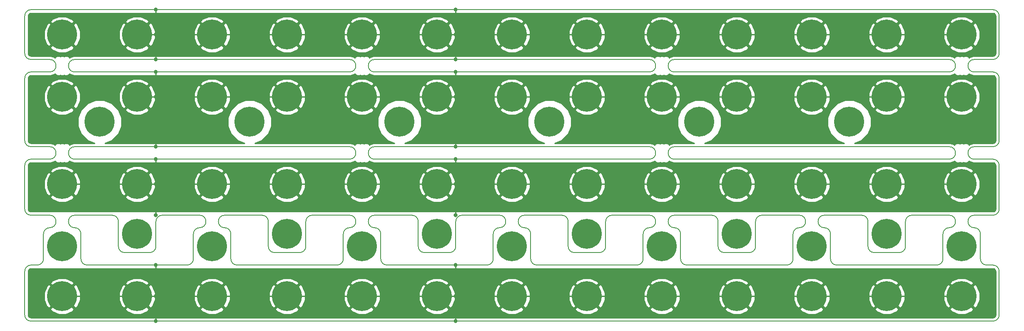
<source format=gtl>
G04 #@! TF.FileFunction,Copper,L1,Top,Signal*
%FSLAX46Y46*%
G04 Gerber Fmt 4.6, Leading zero omitted, Abs format (unit mm)*
G04 Created by KiCad (PCBNEW 4.0.1-3.201512221401+6198~38~ubuntu15.10.1-stable) date Sun Feb 21 18:20:38 2016*
%MOMM*%
G01*
G04 APERTURE LIST*
%ADD10C,0.101600*%
%ADD11C,0.150000*%
%ADD12C,0.800000*%
%ADD13C,6.096000*%
%ADD14C,0.250000*%
%ADD15C,0.254000*%
G04 APERTURE END LIST*
D10*
D11*
X0Y10160000D02*
X0Y1270000D01*
X1270000Y11430000D02*
X2540000Y11430000D01*
X1270000Y11430000D02*
G75*
G03X0Y10160000I0J-1270000D01*
G01*
X2540000Y11430000D02*
G75*
G03X3810000Y12700000I0J1270000D01*
G01*
X196850000Y11430000D02*
X195580000Y11430000D01*
X198120000Y10160000D02*
G75*
G03X196850000Y11430000I-1270000J0D01*
G01*
X198120000Y1270000D02*
X198120000Y10160000D01*
X194310000Y12700000D02*
G75*
G03X195580000Y11430000I1270000J0D01*
G01*
X5080000Y50800000D02*
G75*
G03X5080000Y53340000I0J1270000D01*
G01*
X10160000Y53340000D02*
G75*
G03X10160000Y50800000I0J-1270000D01*
G01*
X5080000Y50800000D02*
X1270000Y50800000D01*
X1270000Y53340000D02*
X5080000Y53340000D01*
X5080000Y21590000D02*
X1270000Y21590000D01*
X5080000Y19050000D02*
G75*
G03X5080000Y21590000I0J1270000D01*
G01*
X10160000Y21590000D02*
G75*
G03X10160000Y19050000I0J-1270000D01*
G01*
X10160000Y35560000D02*
G75*
G03X10160000Y33020000I0J-1270000D01*
G01*
X5080000Y33020000D02*
G75*
G03X5080000Y35560000I0J1270000D01*
G01*
X5080000Y33020000D02*
X1270000Y33020000D01*
X1270000Y35560000D02*
X5080000Y35560000D01*
X17780000Y21590000D02*
X10160000Y21590000D01*
X19050000Y20320000D02*
G75*
G03X17780000Y21590000I-1270000J0D01*
G01*
X11430000Y17780000D02*
G75*
G03X10160000Y19050000I-1270000J0D01*
G01*
X11430000Y12700000D02*
X11430000Y17780000D01*
X19050000Y15240000D02*
X19050000Y20320000D01*
X11430000Y12700000D02*
G75*
G03X12700000Y11430000I1270000J0D01*
G01*
X19050000Y15240000D02*
G75*
G03X20320000Y13970000I1270000J0D01*
G01*
X33020000Y11430000D02*
X12700000Y11430000D01*
X25400000Y13970000D02*
X20320000Y13970000D01*
X66040000Y33020000D02*
G75*
G03X66040000Y35560000I0J1270000D01*
G01*
X71120000Y35560000D02*
G75*
G03X71120000Y33020000I0J-1270000D01*
G01*
X127000000Y33020000D02*
G75*
G03X127000000Y35560000I0J1270000D01*
G01*
X132080000Y35560000D02*
G75*
G03X132080000Y33020000I0J-1270000D01*
G01*
X187960000Y33020000D02*
G75*
G03X187960000Y35560000I0J1270000D01*
G01*
X193040000Y35560000D02*
G75*
G03X193040000Y33020000I0J-1270000D01*
G01*
X193040000Y53340000D02*
G75*
G03X193040000Y50800000I0J-1270000D01*
G01*
X187960000Y50800000D02*
G75*
G03X187960000Y53340000I0J1270000D01*
G01*
X132080000Y53340000D02*
G75*
G03X132080000Y50800000I0J-1270000D01*
G01*
X127000000Y50800000D02*
G75*
G03X127000000Y53340000I0J1270000D01*
G01*
X71120000Y53340000D02*
G75*
G03X71120000Y50800000I0J-1270000D01*
G01*
X66040000Y50800000D02*
G75*
G03X66040000Y53340000I0J1270000D01*
G01*
X1270000Y63500000D02*
G75*
G03X0Y62230000I0J-1270000D01*
G01*
X0Y62230000D02*
X0Y54610000D01*
X196850000Y63500000D02*
X1270000Y63500000D01*
X198120000Y62230000D02*
X198120000Y54610000D01*
X198120000Y62230000D02*
G75*
G03X196850000Y63500000I-1270000J0D01*
G01*
X196850000Y53340000D02*
G75*
G03X198120000Y54610000I0J1270000D01*
G01*
X198120000Y49530000D02*
X198120000Y36830000D01*
X196850000Y35560000D02*
G75*
G03X198120000Y36830000I0J1270000D01*
G01*
X198120000Y49530000D02*
G75*
G03X196850000Y50800000I-1270000J0D01*
G01*
X0Y49530000D02*
X0Y36830000D01*
X0Y36830000D02*
G75*
G03X1270000Y35560000I1270000J0D01*
G01*
X0Y54610000D02*
G75*
G03X1270000Y53340000I1270000J0D01*
G01*
X1270000Y50800000D02*
G75*
G03X0Y49530000I0J-1270000D01*
G01*
X193040000Y33020000D02*
X196850000Y33020000D01*
X132080000Y33020000D02*
X187960000Y33020000D01*
X71120000Y33020000D02*
X127000000Y33020000D01*
X10160000Y33020000D02*
X66040000Y33020000D01*
X193040000Y53340000D02*
X196850000Y53340000D01*
X132080000Y53340000D02*
X187960000Y53340000D01*
X71120000Y53340000D02*
X127000000Y53340000D01*
X66040000Y53340000D02*
X10160000Y53340000D01*
X66040000Y35560000D02*
X10160000Y35560000D01*
X127000000Y35560000D02*
X71120000Y35560000D01*
X187960000Y35560000D02*
X132080000Y35560000D01*
X193040000Y35560000D02*
X196850000Y35560000D01*
X193040000Y50800000D02*
X196850000Y50800000D01*
X132080000Y50800000D02*
X187960000Y50800000D01*
X71120000Y50800000D02*
X127000000Y50800000D01*
X10160000Y50800000D02*
X66040000Y50800000D01*
X196850000Y21590000D02*
X193040000Y21590000D01*
X185420000Y11430000D02*
X165100000Y11430000D01*
X186690000Y17780000D02*
X186690000Y12700000D01*
X180340000Y21590000D02*
X187960000Y21590000D01*
X179070000Y15240000D02*
X179070000Y20320000D01*
X172720000Y13970000D02*
X177800000Y13970000D01*
X163830000Y17780000D02*
X163830000Y12700000D01*
X171450000Y20320000D02*
X171450000Y15240000D01*
X162560000Y21590000D02*
X170180000Y21590000D01*
X156210000Y17780000D02*
X156210000Y12700000D01*
X149860000Y21590000D02*
X157480000Y21590000D01*
X148590000Y15240000D02*
X148590000Y20320000D01*
X147320000Y13970000D02*
X142240000Y13970000D01*
X134620000Y11430000D02*
X154940000Y11430000D01*
X140970000Y15240000D02*
X140970000Y20320000D01*
X133350000Y17780000D02*
X133350000Y12700000D01*
X132080000Y21590000D02*
X139700000Y21590000D01*
X119380000Y21590000D02*
X127000000Y21590000D01*
X125730000Y17780000D02*
X125730000Y12700000D01*
X118110000Y15240000D02*
X118110000Y20320000D01*
X124460000Y11430000D02*
X104140000Y11430000D01*
X111760000Y13970000D02*
X116840000Y13970000D01*
X110490000Y15240000D02*
X110490000Y20320000D01*
X102870000Y17780000D02*
X102870000Y12700000D01*
X101600000Y21590000D02*
X109220000Y21590000D01*
X88900000Y21590000D02*
X96520000Y21590000D01*
X95250000Y17780000D02*
X95250000Y12700000D01*
X87630000Y15240000D02*
X87630000Y20320000D01*
X93980000Y11430000D02*
X73660000Y11430000D01*
X81280000Y13970000D02*
X86360000Y13970000D01*
X80010000Y20320000D02*
X80010000Y15240000D01*
X72390000Y17780000D02*
X72390000Y12700000D01*
X71120000Y21590000D02*
X78740000Y21590000D01*
X66040000Y21590000D02*
X58420000Y21590000D01*
X64770000Y17780000D02*
X64770000Y12700000D01*
X57150000Y20320000D02*
X57150000Y15240000D01*
X43180000Y11430000D02*
X63500000Y11430000D01*
X50800000Y13970000D02*
X55880000Y13970000D01*
X41910000Y17780000D02*
X41910000Y12700000D01*
X49530000Y20320000D02*
X49530000Y15240000D01*
X40640000Y21590000D02*
X48260000Y21590000D01*
X27940000Y21590000D02*
X35560000Y21590000D01*
X34290000Y17780000D02*
X34290000Y12700000D01*
X26670000Y20320000D02*
X26670000Y15240000D01*
X3810000Y17780000D02*
X3810000Y12700000D01*
X0Y31750000D02*
X0Y22860000D01*
X194310000Y12700000D02*
X194310000Y17780000D01*
X1270000Y0D02*
X196850000Y0D01*
X198120000Y22860000D02*
X198120000Y31750000D01*
X1270000Y33020000D02*
G75*
G03X0Y31750000I0J-1270000D01*
G01*
X0Y1270000D02*
G75*
G03X1270000Y0I1270000J0D01*
G01*
X5080000Y19050000D02*
G75*
G03X3810000Y17780000I0J-1270000D01*
G01*
X0Y22860000D02*
G75*
G03X1270000Y21590000I1270000J0D01*
G01*
X33020000Y11430000D02*
G75*
G03X34290000Y12700000I0J1270000D01*
G01*
X25400000Y13970000D02*
G75*
G03X26670000Y15240000I0J1270000D01*
G01*
X27940000Y21590000D02*
G75*
G03X26670000Y20320000I0J-1270000D01*
G01*
X35560000Y19050000D02*
G75*
G03X34290000Y17780000I0J-1270000D01*
G01*
X41910000Y12700000D02*
G75*
G03X43180000Y11430000I1270000J0D01*
G01*
X49530000Y15240000D02*
G75*
G03X50800000Y13970000I1270000J0D01*
G01*
X41910000Y17780000D02*
G75*
G03X40640000Y19050000I-1270000J0D01*
G01*
X49530000Y20320000D02*
G75*
G03X48260000Y21590000I-1270000J0D01*
G01*
X63500000Y11430000D02*
G75*
G03X64770000Y12700000I0J1270000D01*
G01*
X55880000Y13970000D02*
G75*
G03X57150000Y15240000I0J1270000D01*
G01*
X58420000Y21590000D02*
G75*
G03X57150000Y20320000I0J-1270000D01*
G01*
X66040000Y19050000D02*
G75*
G03X64770000Y17780000I0J-1270000D01*
G01*
X72390000Y12700000D02*
G75*
G03X73660000Y11430000I1270000J0D01*
G01*
X80010000Y15240000D02*
G75*
G03X81280000Y13970000I1270000J0D01*
G01*
X72390000Y17780000D02*
G75*
G03X71120000Y19050000I-1270000J0D01*
G01*
X80010000Y20320000D02*
G75*
G03X78740000Y21590000I-1270000J0D01*
G01*
X93980000Y11430000D02*
G75*
G03X95250000Y12700000I0J1270000D01*
G01*
X86360000Y13970000D02*
G75*
G03X87630000Y15240000I0J1270000D01*
G01*
X88900000Y21590000D02*
G75*
G03X87630000Y20320000I0J-1270000D01*
G01*
X96520000Y19050000D02*
G75*
G03X95250000Y17780000I0J-1270000D01*
G01*
X102870000Y12700000D02*
G75*
G03X104140000Y11430000I1270000J0D01*
G01*
X110490000Y15240000D02*
G75*
G03X111760000Y13970000I1270000J0D01*
G01*
X102870000Y17780000D02*
G75*
G03X101600000Y19050000I-1270000J0D01*
G01*
X110490000Y20320000D02*
G75*
G03X109220000Y21590000I-1270000J0D01*
G01*
X124460000Y11430000D02*
G75*
G03X125730000Y12700000I0J1270000D01*
G01*
X116840000Y13970000D02*
G75*
G03X118110000Y15240000I0J1270000D01*
G01*
X119380000Y21590000D02*
G75*
G03X118110000Y20320000I0J-1270000D01*
G01*
X127000000Y19050000D02*
G75*
G03X125730000Y17780000I0J-1270000D01*
G01*
X140970000Y20320000D02*
G75*
G03X139700000Y21590000I-1270000J0D01*
G01*
X133350000Y17780000D02*
G75*
G03X132080000Y19050000I-1270000J0D01*
G01*
X133350000Y12700000D02*
G75*
G03X134620000Y11430000I1270000J0D01*
G01*
X140970000Y15240000D02*
G75*
G03X142240000Y13970000I1270000J0D01*
G01*
X154940000Y11430000D02*
G75*
G03X156210000Y12700000I0J1270000D01*
G01*
X147320000Y13970000D02*
G75*
G03X148590000Y15240000I0J1270000D01*
G01*
X149860000Y21590000D02*
G75*
G03X148590000Y20320000I0J-1270000D01*
G01*
X157480000Y19050000D02*
G75*
G03X156210000Y17780000I0J-1270000D01*
G01*
X171450000Y20320000D02*
G75*
G03X170180000Y21590000I-1270000J0D01*
G01*
X163830000Y17780000D02*
G75*
G03X162560000Y19050000I-1270000J0D01*
G01*
X163830000Y12700000D02*
G75*
G03X165100000Y11430000I1270000J0D01*
G01*
X171450000Y15240000D02*
G75*
G03X172720000Y13970000I1270000J0D01*
G01*
X177800000Y13970000D02*
G75*
G03X179070000Y15240000I0J1270000D01*
G01*
X185420000Y11430000D02*
G75*
G03X186690000Y12700000I0J1270000D01*
G01*
X198120000Y31750000D02*
G75*
G03X196850000Y33020000I-1270000J0D01*
G01*
X196850000Y0D02*
G75*
G03X198120000Y1270000I0J1270000D01*
G01*
X194310000Y17780000D02*
G75*
G03X193040000Y19050000I-1270000J0D01*
G01*
X196850000Y21590000D02*
G75*
G03X198120000Y22860000I0J1270000D01*
G01*
X180340000Y21590000D02*
G75*
G03X179070000Y20320000I0J-1270000D01*
G01*
X187960000Y19050000D02*
G75*
G03X186690000Y17780000I0J-1270000D01*
G01*
X35560000Y19050000D02*
G75*
G03X35560000Y21590000I0J1270000D01*
G01*
X40640000Y21590000D02*
G75*
G03X40640000Y19050000I0J-1270000D01*
G01*
X66040000Y19050000D02*
G75*
G03X66040000Y21590000I0J1270000D01*
G01*
X71120000Y21590000D02*
G75*
G03X71120000Y19050000I0J-1270000D01*
G01*
X96520000Y19050000D02*
G75*
G03X96520000Y21590000I0J1270000D01*
G01*
X101600000Y21590000D02*
G75*
G03X101600000Y19050000I0J-1270000D01*
G01*
X127000000Y19050000D02*
G75*
G03X127000000Y21590000I0J1270000D01*
G01*
X132080000Y21590000D02*
G75*
G03X132080000Y19050000I0J-1270000D01*
G01*
X157480000Y19050000D02*
G75*
G03X157480000Y21590000I0J1270000D01*
G01*
X162560000Y21590000D02*
G75*
G03X162560000Y19050000I0J-1270000D01*
G01*
X193040000Y21590000D02*
G75*
G03X193040000Y19050000I0J-1270000D01*
G01*
X187960000Y19050000D02*
G75*
G03X187960000Y21590000I0J1270000D01*
G01*
D12*
X26670000Y53340000D03*
X26670000Y54610000D03*
X26670000Y55880000D03*
X26670000Y57150000D03*
X26670000Y58420000D03*
X26670000Y59690000D03*
X26670000Y60960000D03*
X26670000Y62230000D03*
X26670000Y35560000D03*
X26670000Y36830000D03*
X26670000Y38100000D03*
X26670000Y39370000D03*
X26670000Y40640000D03*
X26670000Y41910000D03*
X26670000Y43180000D03*
X26670000Y44450000D03*
X26670000Y45720000D03*
X26670000Y46990000D03*
X26670000Y48260000D03*
X26670000Y49530000D03*
X26670000Y21590000D03*
X26670000Y22860000D03*
X26670000Y24130000D03*
X26670000Y25400000D03*
X26670000Y26670000D03*
X26670000Y27940000D03*
X26670000Y29210000D03*
X26670000Y30480000D03*
X26670000Y31750000D03*
X26670000Y0D03*
X26670000Y1270000D03*
X26670000Y2540000D03*
X26670000Y3810000D03*
X26670000Y5080000D03*
X26670000Y6350000D03*
X26670000Y7620000D03*
X26670000Y8890000D03*
X26670000Y10160000D03*
X87630000Y0D03*
X87630000Y1270000D03*
X87630000Y2540000D03*
X87630000Y3810000D03*
X87630000Y5080000D03*
X87630000Y6350000D03*
X87630000Y7620000D03*
X87630000Y8890000D03*
X87630000Y10160000D03*
X87630000Y21590000D03*
X87630000Y22860000D03*
X87630000Y24130000D03*
X87630000Y25400000D03*
X87630000Y26670000D03*
X87630000Y27940000D03*
X87630000Y29210000D03*
X87630000Y30480000D03*
X87630000Y31750000D03*
X87630000Y35560000D03*
X87630000Y36830000D03*
X87630000Y38100000D03*
X87630000Y39370000D03*
X87630000Y40640000D03*
X87630000Y41910000D03*
X87630000Y43180000D03*
X87630000Y44450000D03*
X87630000Y45720000D03*
X87630000Y46990000D03*
X87630000Y48260000D03*
X87630000Y49530000D03*
X87630000Y53340000D03*
X87630000Y54610000D03*
X87630000Y55880000D03*
X87630000Y57150000D03*
X87630000Y58420000D03*
X87630000Y59690000D03*
X87630000Y60960000D03*
X87630000Y62230000D03*
X26670000Y63500000D03*
X26670000Y50800000D03*
X26670000Y33020000D03*
X26670000Y11430000D03*
X87630000Y11430000D03*
X87630000Y33020000D03*
X87630000Y50800000D03*
X87630000Y63500000D03*
D13*
X7620000Y5080000D03*
X7620000Y15240000D03*
X7620000Y27940000D03*
X7620000Y45720000D03*
X7620000Y58420000D03*
X38100000Y15240000D03*
X68580000Y15240000D03*
X99060000Y15240000D03*
X129540000Y15240000D03*
X160020000Y15240000D03*
X190500000Y15240000D03*
X22860000Y5080000D03*
X38100000Y5080000D03*
X53340000Y5080000D03*
X68580000Y5080000D03*
X83820000Y5080000D03*
X99060000Y5080000D03*
X114300000Y5080000D03*
X129540000Y5080000D03*
X144780000Y5080000D03*
X160020000Y5080000D03*
X175260000Y5080000D03*
X190500000Y5080000D03*
X22860000Y58420000D03*
X53340000Y58420000D03*
X83820000Y58420000D03*
X114300000Y58420000D03*
X144780000Y58420000D03*
X175260000Y58420000D03*
X38100000Y58420000D03*
X68580000Y58420000D03*
X99060000Y58420000D03*
X129540000Y58420000D03*
X160020000Y58420000D03*
X190500000Y58420000D03*
X22860000Y45720000D03*
X38100000Y45720000D03*
X53340000Y45720000D03*
X68580000Y45720000D03*
X83820000Y45720000D03*
X99060000Y45720000D03*
X114300000Y45720000D03*
X129540000Y45720000D03*
X144780000Y45720000D03*
X160020000Y45720000D03*
X175260000Y45720000D03*
X190500000Y45720000D03*
X15240000Y40640000D03*
X45720000Y40640000D03*
X76200000Y40640000D03*
X106680000Y40640000D03*
X137160000Y40640000D03*
X167640000Y40640000D03*
X22860000Y27940000D03*
X38100000Y27940000D03*
X53340000Y27940000D03*
X68580000Y27940000D03*
X83820000Y27940000D03*
X99060000Y27940000D03*
X114300000Y27940000D03*
X129540000Y27940000D03*
X144780000Y27940000D03*
X160020000Y27940000D03*
X175260000Y27940000D03*
X190500000Y27940000D03*
X22860000Y17780000D03*
X53340000Y17780000D03*
X83820000Y17780000D03*
X114300000Y17780000D03*
X144780000Y17780000D03*
X175260000Y17780000D03*
D14*
X87630000Y60960000D02*
X87630000Y62230000D01*
X87630000Y59690000D02*
X87630000Y60960000D01*
X87630000Y58420000D02*
X87630000Y59690000D01*
X87630000Y57150000D02*
X87630000Y58420000D01*
X87630000Y55880000D02*
X87630000Y57150000D01*
X87630000Y54610000D02*
X87630000Y55880000D01*
X26670000Y55880000D02*
X26670000Y54610000D01*
X26670000Y57150000D02*
X26670000Y55880000D01*
X26670000Y58420000D02*
X26670000Y57150000D01*
X26670000Y59690000D02*
X26670000Y58420000D01*
X26670000Y60960000D02*
X26670000Y59690000D01*
X26670000Y62230000D02*
X26670000Y60960000D01*
X26670000Y53340000D02*
X26670000Y54610000D01*
X26670000Y63500000D02*
X26670000Y62230000D01*
X87630000Y63500000D02*
X87630000Y62230000D01*
X87630000Y53340000D02*
X87630000Y54610000D01*
X175260000Y58420000D02*
X190500000Y58420000D01*
X160020000Y58420000D02*
X175260000Y58420000D01*
X144780000Y58420000D02*
X160020000Y58420000D01*
X129540000Y58420000D02*
X144780000Y58420000D01*
X114300000Y58420000D02*
X129540000Y58420000D01*
X99060000Y58420000D02*
X114300000Y58420000D01*
X83820000Y58420000D02*
X99060000Y58420000D01*
X68580000Y58420000D02*
X83820000Y58420000D01*
X53340000Y58420000D02*
X68580000Y58420000D01*
X38100000Y58420000D02*
X53340000Y58420000D01*
X22860000Y58420000D02*
X38100000Y58420000D01*
X87630000Y41910000D02*
X87630000Y43180000D01*
X87630000Y40640000D02*
X87630000Y41910000D01*
X87630000Y39370000D02*
X87630000Y40640000D01*
X87630000Y38100000D02*
X87630000Y39370000D01*
X26670000Y38100000D02*
X26670000Y36830000D01*
X26670000Y39370000D02*
X26670000Y38100000D01*
X26670000Y40640000D02*
X26670000Y39370000D01*
X26670000Y41910000D02*
X26670000Y40640000D01*
X26670000Y43180000D02*
X26670000Y41910000D01*
X26670000Y44450000D02*
X26670000Y43180000D01*
X26670000Y46355000D02*
X26670000Y45720000D01*
X26670000Y46990000D02*
X26670000Y46355000D01*
X26670000Y46355000D02*
X26670000Y44450000D01*
X26670000Y48260000D02*
X26670000Y46990000D01*
X26670000Y49530000D02*
X26670000Y48260000D01*
X87630000Y48260000D02*
X87630000Y49530000D01*
X87630000Y46990000D02*
X87630000Y48260000D01*
X87630000Y45720000D02*
X87630000Y46990000D01*
X87630000Y44450000D02*
X87630000Y45720000D01*
X87630000Y43180000D02*
X87630000Y44450000D01*
X87630000Y38100000D02*
X87630000Y36830000D01*
X26670000Y35560000D02*
X26670000Y36830000D01*
X26670000Y50800000D02*
X26670000Y49530000D01*
X87630000Y50800000D02*
X87630000Y49530000D01*
X87630000Y35560000D02*
X87630000Y36830000D01*
X22860000Y45720000D02*
X38100000Y45720000D01*
X175260000Y45720000D02*
X190500000Y45720000D01*
X160020000Y45720000D02*
X175260000Y45720000D01*
X144780000Y45720000D02*
X160020000Y45720000D01*
X129540000Y45720000D02*
X144780000Y45720000D01*
X114300000Y45720000D02*
X129540000Y45720000D01*
X99060000Y45720000D02*
X114300000Y45720000D01*
X83820000Y45720000D02*
X99060000Y45720000D01*
X68580000Y45720000D02*
X83820000Y45720000D01*
X53340000Y45720000D02*
X68580000Y45720000D01*
X38100000Y45720000D02*
X53340000Y45720000D01*
X87630000Y31750000D02*
X87630000Y30480000D01*
X87630000Y29210000D02*
X87630000Y30480000D01*
X87630000Y27940000D02*
X87630000Y29210000D01*
X87630000Y26670000D02*
X87630000Y27940000D01*
X87630000Y25400000D02*
X87630000Y26670000D01*
X87630000Y24130000D02*
X87630000Y25400000D01*
X87630000Y22860000D02*
X87630000Y24130000D01*
X26670000Y24130000D02*
X26670000Y22860000D01*
X26670000Y25400000D02*
X26670000Y24130000D01*
X26670000Y26670000D02*
X26670000Y25400000D01*
X26670000Y27940000D02*
X26670000Y26670000D01*
X26670000Y29210000D02*
X26670000Y27940000D01*
X26670000Y30480000D02*
X26670000Y29210000D01*
X26670000Y31750000D02*
X26670000Y30480000D01*
X87630000Y22860000D02*
X87630000Y21590000D01*
X26670000Y21590000D02*
X26670000Y22860000D01*
X26670000Y33020000D02*
X26670000Y31750000D01*
X87630000Y33020000D02*
X87630000Y31750000D01*
X22860000Y27940000D02*
X7620000Y27940000D01*
X175260000Y27940000D02*
X190500000Y27940000D01*
X160020000Y27940000D02*
X175260000Y27940000D01*
X144780000Y27940000D02*
X160020000Y27940000D01*
X129540000Y27940000D02*
X144780000Y27940000D01*
X114300000Y27940000D02*
X129540000Y27940000D01*
X99060000Y27940000D02*
X114300000Y27940000D01*
X83820000Y27940000D02*
X99060000Y27940000D01*
X68580000Y27940000D02*
X83820000Y27940000D01*
X53340000Y27940000D02*
X68580000Y27940000D01*
X38100000Y27940000D02*
X53340000Y27940000D01*
X22860000Y27940000D02*
X38100000Y27940000D01*
X87630000Y8890000D02*
X87630000Y10160000D01*
X87630000Y7620000D02*
X87630000Y8890000D01*
X87630000Y6350000D02*
X87630000Y7620000D01*
X87630000Y6350000D02*
X87630000Y5080000D01*
X87630000Y3810000D02*
X87630000Y5080000D01*
X87630000Y2540000D02*
X87630000Y3810000D01*
X87630000Y1270000D02*
X87630000Y2540000D01*
X26670000Y2540000D02*
X26670000Y1270000D01*
X26670000Y3810000D02*
X26670000Y2540000D01*
X26670000Y5080000D02*
X26670000Y3810000D01*
X26670000Y6985000D02*
X26670000Y6350000D01*
X26670000Y7620000D02*
X26670000Y6985000D01*
X26670000Y6985000D02*
X26670000Y5080000D01*
X26670000Y8890000D02*
X26670000Y7620000D01*
X26670000Y10160000D02*
X26670000Y8890000D01*
X26670000Y0D02*
X26670000Y1270000D01*
X26670000Y11430000D02*
X26670000Y10160000D01*
X87630000Y11430000D02*
X87630000Y10160000D01*
X87630000Y0D02*
X87630000Y1270000D01*
X22860000Y5080000D02*
X7620000Y5080000D01*
X190500000Y5080000D02*
X175260000Y5080000D01*
X175260000Y5080000D02*
X160020000Y5080000D01*
X160020000Y5080000D02*
X144780000Y5080000D01*
X144780000Y5080000D02*
X129540000Y5080000D01*
X129540000Y5080000D02*
X114300000Y5080000D01*
X114300000Y5080000D02*
X99060000Y5080000D01*
X99060000Y5080000D02*
X83820000Y5080000D01*
X83820000Y5080000D02*
X68580000Y5080000D01*
X68580000Y5080000D02*
X53340000Y5080000D01*
X53340000Y5080000D02*
X38100000Y5080000D01*
X38100000Y5080000D02*
X22860000Y5080000D01*
D15*
G36*
X197058979Y62734522D02*
X197236145Y62616144D01*
X197354521Y62438981D01*
X197410000Y62160069D01*
X197410000Y54679931D01*
X197354521Y54401019D01*
X197236145Y54223856D01*
X197058979Y54105478D01*
X196780070Y54050000D01*
X193040000Y54050000D01*
X192971413Y54036357D01*
X192901485Y54036357D01*
X192415478Y53939685D01*
X192319671Y53900000D01*
X192159537Y53833671D01*
X191996633Y53724822D01*
X191801967Y53919829D01*
X191476810Y54054846D01*
X191124735Y54055153D01*
X190899849Y53962232D01*
X190676810Y54054846D01*
X190324735Y54055153D01*
X190099849Y53962232D01*
X189876810Y54054846D01*
X189524735Y54055153D01*
X189199343Y53920704D01*
X189003218Y53724921D01*
X188840462Y53833671D01*
X188734448Y53877583D01*
X188584522Y53939685D01*
X188098514Y54036358D01*
X188028584Y54036358D01*
X187960000Y54050000D01*
X132080000Y54050000D01*
X132011413Y54036357D01*
X131941485Y54036357D01*
X131455478Y53939685D01*
X131359671Y53900000D01*
X131199537Y53833671D01*
X131036633Y53724822D01*
X130841967Y53919829D01*
X130516810Y54054846D01*
X130164735Y54055153D01*
X129939849Y53962232D01*
X129716810Y54054846D01*
X129364735Y54055153D01*
X129139849Y53962232D01*
X128916810Y54054846D01*
X128564735Y54055153D01*
X128239343Y53920704D01*
X128043218Y53724921D01*
X127880462Y53833671D01*
X127774448Y53877583D01*
X127624522Y53939685D01*
X127138514Y54036358D01*
X127068584Y54036358D01*
X127000000Y54050000D01*
X71120000Y54050000D01*
X71051413Y54036357D01*
X70981485Y54036357D01*
X70495478Y53939685D01*
X70399671Y53900000D01*
X70239537Y53833671D01*
X70076633Y53724822D01*
X69881967Y53919829D01*
X69556810Y54054846D01*
X69204735Y54055153D01*
X68979849Y53962232D01*
X68756810Y54054846D01*
X68404735Y54055153D01*
X68179849Y53962232D01*
X67956810Y54054846D01*
X67604735Y54055153D01*
X67279343Y53920704D01*
X67083218Y53724921D01*
X66920462Y53833671D01*
X66814448Y53877583D01*
X66664522Y53939685D01*
X66178514Y54036358D01*
X66108584Y54036358D01*
X66040000Y54050000D01*
X10160000Y54050000D01*
X10091413Y54036357D01*
X10021485Y54036357D01*
X9535478Y53939685D01*
X9439671Y53900000D01*
X9279537Y53833671D01*
X9116633Y53724822D01*
X8921967Y53919829D01*
X8596810Y54054846D01*
X8244735Y54055153D01*
X8019849Y53962232D01*
X7796810Y54054846D01*
X7444735Y54055153D01*
X7219849Y53962232D01*
X6996810Y54054846D01*
X6644735Y54055153D01*
X6319343Y53920704D01*
X6123218Y53724921D01*
X5960462Y53833671D01*
X5854448Y53877583D01*
X5704522Y53939685D01*
X5218514Y54036358D01*
X5148584Y54036358D01*
X5080000Y54050000D01*
X1339931Y54050000D01*
X1061019Y54105479D01*
X883856Y54223855D01*
X765478Y54401021D01*
X710000Y54679930D01*
X710000Y55788742D01*
X5168347Y55788742D01*
X5516784Y55309106D01*
X6867370Y54741042D01*
X8332537Y54733067D01*
X9689226Y55286394D01*
X9723216Y55309106D01*
X10071653Y55788742D01*
X20408347Y55788742D01*
X20756784Y55309106D01*
X22107370Y54741042D01*
X23572537Y54733067D01*
X24929226Y55286394D01*
X24963216Y55309106D01*
X25311653Y55788742D01*
X35648347Y55788742D01*
X35996784Y55309106D01*
X37347370Y54741042D01*
X38812537Y54733067D01*
X40169226Y55286394D01*
X40203216Y55309106D01*
X40551653Y55788742D01*
X50888347Y55788742D01*
X51236784Y55309106D01*
X52587370Y54741042D01*
X54052537Y54733067D01*
X55409226Y55286394D01*
X55443216Y55309106D01*
X55791653Y55788742D01*
X66128347Y55788742D01*
X66476784Y55309106D01*
X67827370Y54741042D01*
X69292537Y54733067D01*
X70649226Y55286394D01*
X70683216Y55309106D01*
X71031653Y55788742D01*
X81368347Y55788742D01*
X81716784Y55309106D01*
X83067370Y54741042D01*
X84532537Y54733067D01*
X85889226Y55286394D01*
X85923216Y55309106D01*
X86271653Y55788742D01*
X96608347Y55788742D01*
X96956784Y55309106D01*
X98307370Y54741042D01*
X99772537Y54733067D01*
X101129226Y55286394D01*
X101163216Y55309106D01*
X101511653Y55788742D01*
X111848347Y55788742D01*
X112196784Y55309106D01*
X113547370Y54741042D01*
X115012537Y54733067D01*
X116369226Y55286394D01*
X116403216Y55309106D01*
X116751653Y55788742D01*
X127088347Y55788742D01*
X127436784Y55309106D01*
X128787370Y54741042D01*
X130252537Y54733067D01*
X131609226Y55286394D01*
X131643216Y55309106D01*
X131991653Y55788742D01*
X142328347Y55788742D01*
X142676784Y55309106D01*
X144027370Y54741042D01*
X145492537Y54733067D01*
X146849226Y55286394D01*
X146883216Y55309106D01*
X147231653Y55788742D01*
X157568347Y55788742D01*
X157916784Y55309106D01*
X159267370Y54741042D01*
X160732537Y54733067D01*
X162089226Y55286394D01*
X162123216Y55309106D01*
X162471653Y55788742D01*
X172808347Y55788742D01*
X173156784Y55309106D01*
X174507370Y54741042D01*
X175972537Y54733067D01*
X177329226Y55286394D01*
X177363216Y55309106D01*
X177711653Y55788742D01*
X188048347Y55788742D01*
X188396784Y55309106D01*
X189747370Y54741042D01*
X191212537Y54733067D01*
X192569226Y55286394D01*
X192603216Y55309106D01*
X192951653Y55788742D01*
X190500000Y58240395D01*
X188048347Y55788742D01*
X177711653Y55788742D01*
X175260000Y58240395D01*
X172808347Y55788742D01*
X162471653Y55788742D01*
X160020000Y58240395D01*
X157568347Y55788742D01*
X147231653Y55788742D01*
X144780000Y58240395D01*
X142328347Y55788742D01*
X131991653Y55788742D01*
X129540000Y58240395D01*
X127088347Y55788742D01*
X116751653Y55788742D01*
X114300000Y58240395D01*
X111848347Y55788742D01*
X101511653Y55788742D01*
X99060000Y58240395D01*
X96608347Y55788742D01*
X86271653Y55788742D01*
X83820000Y58240395D01*
X81368347Y55788742D01*
X71031653Y55788742D01*
X68580000Y58240395D01*
X66128347Y55788742D01*
X55791653Y55788742D01*
X53340000Y58240395D01*
X50888347Y55788742D01*
X40551653Y55788742D01*
X38100000Y58240395D01*
X35648347Y55788742D01*
X25311653Y55788742D01*
X22860000Y58240395D01*
X20408347Y55788742D01*
X10071653Y55788742D01*
X7620000Y58240395D01*
X5168347Y55788742D01*
X710000Y55788742D01*
X710000Y57707463D01*
X3933067Y57707463D01*
X4486394Y56350774D01*
X4509106Y56316784D01*
X4988742Y55968347D01*
X7440395Y58420000D01*
X7799605Y58420000D01*
X10251258Y55968347D01*
X10730894Y56316784D01*
X11298958Y57667370D01*
X11299176Y57707463D01*
X19173067Y57707463D01*
X19726394Y56350774D01*
X19749106Y56316784D01*
X20228742Y55968347D01*
X22680395Y58420000D01*
X23039605Y58420000D01*
X25491258Y55968347D01*
X25970894Y56316784D01*
X26538958Y57667370D01*
X26539176Y57707463D01*
X34413067Y57707463D01*
X34966394Y56350774D01*
X34989106Y56316784D01*
X35468742Y55968347D01*
X37920395Y58420000D01*
X38279605Y58420000D01*
X40731258Y55968347D01*
X41210894Y56316784D01*
X41778958Y57667370D01*
X41779176Y57707463D01*
X49653067Y57707463D01*
X50206394Y56350774D01*
X50229106Y56316784D01*
X50708742Y55968347D01*
X53160395Y58420000D01*
X53519605Y58420000D01*
X55971258Y55968347D01*
X56450894Y56316784D01*
X57018958Y57667370D01*
X57019176Y57707463D01*
X64893067Y57707463D01*
X65446394Y56350774D01*
X65469106Y56316784D01*
X65948742Y55968347D01*
X68400395Y58420000D01*
X68759605Y58420000D01*
X71211258Y55968347D01*
X71690894Y56316784D01*
X72258958Y57667370D01*
X72259176Y57707463D01*
X80133067Y57707463D01*
X80686394Y56350774D01*
X80709106Y56316784D01*
X81188742Y55968347D01*
X83640395Y58420000D01*
X83999605Y58420000D01*
X86451258Y55968347D01*
X86930894Y56316784D01*
X87498958Y57667370D01*
X87499176Y57707463D01*
X95373067Y57707463D01*
X95926394Y56350774D01*
X95949106Y56316784D01*
X96428742Y55968347D01*
X98880395Y58420000D01*
X99239605Y58420000D01*
X101691258Y55968347D01*
X102170894Y56316784D01*
X102738958Y57667370D01*
X102739176Y57707463D01*
X110613067Y57707463D01*
X111166394Y56350774D01*
X111189106Y56316784D01*
X111668742Y55968347D01*
X114120395Y58420000D01*
X114479605Y58420000D01*
X116931258Y55968347D01*
X117410894Y56316784D01*
X117978958Y57667370D01*
X117979176Y57707463D01*
X125853067Y57707463D01*
X126406394Y56350774D01*
X126429106Y56316784D01*
X126908742Y55968347D01*
X129360395Y58420000D01*
X129719605Y58420000D01*
X132171258Y55968347D01*
X132650894Y56316784D01*
X133218958Y57667370D01*
X133219176Y57707463D01*
X141093067Y57707463D01*
X141646394Y56350774D01*
X141669106Y56316784D01*
X142148742Y55968347D01*
X144600395Y58420000D01*
X144959605Y58420000D01*
X147411258Y55968347D01*
X147890894Y56316784D01*
X148458958Y57667370D01*
X148459176Y57707463D01*
X156333067Y57707463D01*
X156886394Y56350774D01*
X156909106Y56316784D01*
X157388742Y55968347D01*
X159840395Y58420000D01*
X160199605Y58420000D01*
X162651258Y55968347D01*
X163130894Y56316784D01*
X163698958Y57667370D01*
X163699176Y57707463D01*
X171573067Y57707463D01*
X172126394Y56350774D01*
X172149106Y56316784D01*
X172628742Y55968347D01*
X175080395Y58420000D01*
X175439605Y58420000D01*
X177891258Y55968347D01*
X178370894Y56316784D01*
X178938958Y57667370D01*
X178939176Y57707463D01*
X186813067Y57707463D01*
X187366394Y56350774D01*
X187389106Y56316784D01*
X187868742Y55968347D01*
X190320395Y58420000D01*
X190679605Y58420000D01*
X193131258Y55968347D01*
X193610894Y56316784D01*
X194178958Y57667370D01*
X194186933Y59132537D01*
X193633606Y60489226D01*
X193610894Y60523216D01*
X193131258Y60871653D01*
X190679605Y58420000D01*
X190320395Y58420000D01*
X187868742Y60871653D01*
X187389106Y60523216D01*
X186821042Y59172630D01*
X186813067Y57707463D01*
X178939176Y57707463D01*
X178946933Y59132537D01*
X178393606Y60489226D01*
X178370894Y60523216D01*
X177891258Y60871653D01*
X175439605Y58420000D01*
X175080395Y58420000D01*
X172628742Y60871653D01*
X172149106Y60523216D01*
X171581042Y59172630D01*
X171573067Y57707463D01*
X163699176Y57707463D01*
X163706933Y59132537D01*
X163153606Y60489226D01*
X163130894Y60523216D01*
X162651258Y60871653D01*
X160199605Y58420000D01*
X159840395Y58420000D01*
X157388742Y60871653D01*
X156909106Y60523216D01*
X156341042Y59172630D01*
X156333067Y57707463D01*
X148459176Y57707463D01*
X148466933Y59132537D01*
X147913606Y60489226D01*
X147890894Y60523216D01*
X147411258Y60871653D01*
X144959605Y58420000D01*
X144600395Y58420000D01*
X142148742Y60871653D01*
X141669106Y60523216D01*
X141101042Y59172630D01*
X141093067Y57707463D01*
X133219176Y57707463D01*
X133226933Y59132537D01*
X132673606Y60489226D01*
X132650894Y60523216D01*
X132171258Y60871653D01*
X129719605Y58420000D01*
X129360395Y58420000D01*
X126908742Y60871653D01*
X126429106Y60523216D01*
X125861042Y59172630D01*
X125853067Y57707463D01*
X117979176Y57707463D01*
X117986933Y59132537D01*
X117433606Y60489226D01*
X117410894Y60523216D01*
X116931258Y60871653D01*
X114479605Y58420000D01*
X114120395Y58420000D01*
X111668742Y60871653D01*
X111189106Y60523216D01*
X110621042Y59172630D01*
X110613067Y57707463D01*
X102739176Y57707463D01*
X102746933Y59132537D01*
X102193606Y60489226D01*
X102170894Y60523216D01*
X101691258Y60871653D01*
X99239605Y58420000D01*
X98880395Y58420000D01*
X96428742Y60871653D01*
X95949106Y60523216D01*
X95381042Y59172630D01*
X95373067Y57707463D01*
X87499176Y57707463D01*
X87506933Y59132537D01*
X86953606Y60489226D01*
X86930894Y60523216D01*
X86451258Y60871653D01*
X83999605Y58420000D01*
X83640395Y58420000D01*
X81188742Y60871653D01*
X80709106Y60523216D01*
X80141042Y59172630D01*
X80133067Y57707463D01*
X72259176Y57707463D01*
X72266933Y59132537D01*
X71713606Y60489226D01*
X71690894Y60523216D01*
X71211258Y60871653D01*
X68759605Y58420000D01*
X68400395Y58420000D01*
X65948742Y60871653D01*
X65469106Y60523216D01*
X64901042Y59172630D01*
X64893067Y57707463D01*
X57019176Y57707463D01*
X57026933Y59132537D01*
X56473606Y60489226D01*
X56450894Y60523216D01*
X55971258Y60871653D01*
X53519605Y58420000D01*
X53160395Y58420000D01*
X50708742Y60871653D01*
X50229106Y60523216D01*
X49661042Y59172630D01*
X49653067Y57707463D01*
X41779176Y57707463D01*
X41786933Y59132537D01*
X41233606Y60489226D01*
X41210894Y60523216D01*
X40731258Y60871653D01*
X38279605Y58420000D01*
X37920395Y58420000D01*
X35468742Y60871653D01*
X34989106Y60523216D01*
X34421042Y59172630D01*
X34413067Y57707463D01*
X26539176Y57707463D01*
X26546933Y59132537D01*
X25993606Y60489226D01*
X25970894Y60523216D01*
X25491258Y60871653D01*
X23039605Y58420000D01*
X22680395Y58420000D01*
X20228742Y60871653D01*
X19749106Y60523216D01*
X19181042Y59172630D01*
X19173067Y57707463D01*
X11299176Y57707463D01*
X11306933Y59132537D01*
X10753606Y60489226D01*
X10730894Y60523216D01*
X10251258Y60871653D01*
X7799605Y58420000D01*
X7440395Y58420000D01*
X4988742Y60871653D01*
X4509106Y60523216D01*
X3941042Y59172630D01*
X3933067Y57707463D01*
X710000Y57707463D01*
X710000Y61051258D01*
X5168347Y61051258D01*
X7620000Y58599605D01*
X10071653Y61051258D01*
X20408347Y61051258D01*
X22860000Y58599605D01*
X25311653Y61051258D01*
X35648347Y61051258D01*
X38100000Y58599605D01*
X40551653Y61051258D01*
X50888347Y61051258D01*
X53340000Y58599605D01*
X55791653Y61051258D01*
X66128347Y61051258D01*
X68580000Y58599605D01*
X71031653Y61051258D01*
X81368347Y61051258D01*
X83820000Y58599605D01*
X86271653Y61051258D01*
X96608347Y61051258D01*
X99060000Y58599605D01*
X101511653Y61051258D01*
X111848347Y61051258D01*
X114300000Y58599605D01*
X116751653Y61051258D01*
X127088347Y61051258D01*
X129540000Y58599605D01*
X131991653Y61051258D01*
X142328347Y61051258D01*
X144780000Y58599605D01*
X147231653Y61051258D01*
X157568347Y61051258D01*
X160020000Y58599605D01*
X162471653Y61051258D01*
X172808347Y61051258D01*
X175260000Y58599605D01*
X177711653Y61051258D01*
X188048347Y61051258D01*
X190500000Y58599605D01*
X192951653Y61051258D01*
X192603216Y61530894D01*
X191252630Y62098958D01*
X189787463Y62106933D01*
X188430774Y61553606D01*
X188396784Y61530894D01*
X188048347Y61051258D01*
X177711653Y61051258D01*
X177363216Y61530894D01*
X176012630Y62098958D01*
X174547463Y62106933D01*
X173190774Y61553606D01*
X173156784Y61530894D01*
X172808347Y61051258D01*
X162471653Y61051258D01*
X162123216Y61530894D01*
X160772630Y62098958D01*
X159307463Y62106933D01*
X157950774Y61553606D01*
X157916784Y61530894D01*
X157568347Y61051258D01*
X147231653Y61051258D01*
X146883216Y61530894D01*
X145532630Y62098958D01*
X144067463Y62106933D01*
X142710774Y61553606D01*
X142676784Y61530894D01*
X142328347Y61051258D01*
X131991653Y61051258D01*
X131643216Y61530894D01*
X130292630Y62098958D01*
X128827463Y62106933D01*
X127470774Y61553606D01*
X127436784Y61530894D01*
X127088347Y61051258D01*
X116751653Y61051258D01*
X116403216Y61530894D01*
X115052630Y62098958D01*
X113587463Y62106933D01*
X112230774Y61553606D01*
X112196784Y61530894D01*
X111848347Y61051258D01*
X101511653Y61051258D01*
X101163216Y61530894D01*
X99812630Y62098958D01*
X98347463Y62106933D01*
X96990774Y61553606D01*
X96956784Y61530894D01*
X96608347Y61051258D01*
X86271653Y61051258D01*
X85923216Y61530894D01*
X84572630Y62098958D01*
X83107463Y62106933D01*
X81750774Y61553606D01*
X81716784Y61530894D01*
X81368347Y61051258D01*
X71031653Y61051258D01*
X70683216Y61530894D01*
X69332630Y62098958D01*
X67867463Y62106933D01*
X66510774Y61553606D01*
X66476784Y61530894D01*
X66128347Y61051258D01*
X55791653Y61051258D01*
X55443216Y61530894D01*
X54092630Y62098958D01*
X52627463Y62106933D01*
X51270774Y61553606D01*
X51236784Y61530894D01*
X50888347Y61051258D01*
X40551653Y61051258D01*
X40203216Y61530894D01*
X38852630Y62098958D01*
X37387463Y62106933D01*
X36030774Y61553606D01*
X35996784Y61530894D01*
X35648347Y61051258D01*
X25311653Y61051258D01*
X24963216Y61530894D01*
X23612630Y62098958D01*
X22147463Y62106933D01*
X20790774Y61553606D01*
X20756784Y61530894D01*
X20408347Y61051258D01*
X10071653Y61051258D01*
X9723216Y61530894D01*
X8372630Y62098958D01*
X6907463Y62106933D01*
X5550774Y61553606D01*
X5516784Y61530894D01*
X5168347Y61051258D01*
X710000Y61051258D01*
X710000Y62160070D01*
X765478Y62438979D01*
X883856Y62616145D01*
X1061019Y62734521D01*
X1339931Y62790000D01*
X196780070Y62790000D01*
X197058979Y62734522D01*
X197058979Y62734522D01*
G37*
X197058979Y62734522D02*
X197236145Y62616144D01*
X197354521Y62438981D01*
X197410000Y62160069D01*
X197410000Y54679931D01*
X197354521Y54401019D01*
X197236145Y54223856D01*
X197058979Y54105478D01*
X196780070Y54050000D01*
X193040000Y54050000D01*
X192971413Y54036357D01*
X192901485Y54036357D01*
X192415478Y53939685D01*
X192319671Y53900000D01*
X192159537Y53833671D01*
X191996633Y53724822D01*
X191801967Y53919829D01*
X191476810Y54054846D01*
X191124735Y54055153D01*
X190899849Y53962232D01*
X190676810Y54054846D01*
X190324735Y54055153D01*
X190099849Y53962232D01*
X189876810Y54054846D01*
X189524735Y54055153D01*
X189199343Y53920704D01*
X189003218Y53724921D01*
X188840462Y53833671D01*
X188734448Y53877583D01*
X188584522Y53939685D01*
X188098514Y54036358D01*
X188028584Y54036358D01*
X187960000Y54050000D01*
X132080000Y54050000D01*
X132011413Y54036357D01*
X131941485Y54036357D01*
X131455478Y53939685D01*
X131359671Y53900000D01*
X131199537Y53833671D01*
X131036633Y53724822D01*
X130841967Y53919829D01*
X130516810Y54054846D01*
X130164735Y54055153D01*
X129939849Y53962232D01*
X129716810Y54054846D01*
X129364735Y54055153D01*
X129139849Y53962232D01*
X128916810Y54054846D01*
X128564735Y54055153D01*
X128239343Y53920704D01*
X128043218Y53724921D01*
X127880462Y53833671D01*
X127774448Y53877583D01*
X127624522Y53939685D01*
X127138514Y54036358D01*
X127068584Y54036358D01*
X127000000Y54050000D01*
X71120000Y54050000D01*
X71051413Y54036357D01*
X70981485Y54036357D01*
X70495478Y53939685D01*
X70399671Y53900000D01*
X70239537Y53833671D01*
X70076633Y53724822D01*
X69881967Y53919829D01*
X69556810Y54054846D01*
X69204735Y54055153D01*
X68979849Y53962232D01*
X68756810Y54054846D01*
X68404735Y54055153D01*
X68179849Y53962232D01*
X67956810Y54054846D01*
X67604735Y54055153D01*
X67279343Y53920704D01*
X67083218Y53724921D01*
X66920462Y53833671D01*
X66814448Y53877583D01*
X66664522Y53939685D01*
X66178514Y54036358D01*
X66108584Y54036358D01*
X66040000Y54050000D01*
X10160000Y54050000D01*
X10091413Y54036357D01*
X10021485Y54036357D01*
X9535478Y53939685D01*
X9439671Y53900000D01*
X9279537Y53833671D01*
X9116633Y53724822D01*
X8921967Y53919829D01*
X8596810Y54054846D01*
X8244735Y54055153D01*
X8019849Y53962232D01*
X7796810Y54054846D01*
X7444735Y54055153D01*
X7219849Y53962232D01*
X6996810Y54054846D01*
X6644735Y54055153D01*
X6319343Y53920704D01*
X6123218Y53724921D01*
X5960462Y53833671D01*
X5854448Y53877583D01*
X5704522Y53939685D01*
X5218514Y54036358D01*
X5148584Y54036358D01*
X5080000Y54050000D01*
X1339931Y54050000D01*
X1061019Y54105479D01*
X883856Y54223855D01*
X765478Y54401021D01*
X710000Y54679930D01*
X710000Y55788742D01*
X5168347Y55788742D01*
X5516784Y55309106D01*
X6867370Y54741042D01*
X8332537Y54733067D01*
X9689226Y55286394D01*
X9723216Y55309106D01*
X10071653Y55788742D01*
X20408347Y55788742D01*
X20756784Y55309106D01*
X22107370Y54741042D01*
X23572537Y54733067D01*
X24929226Y55286394D01*
X24963216Y55309106D01*
X25311653Y55788742D01*
X35648347Y55788742D01*
X35996784Y55309106D01*
X37347370Y54741042D01*
X38812537Y54733067D01*
X40169226Y55286394D01*
X40203216Y55309106D01*
X40551653Y55788742D01*
X50888347Y55788742D01*
X51236784Y55309106D01*
X52587370Y54741042D01*
X54052537Y54733067D01*
X55409226Y55286394D01*
X55443216Y55309106D01*
X55791653Y55788742D01*
X66128347Y55788742D01*
X66476784Y55309106D01*
X67827370Y54741042D01*
X69292537Y54733067D01*
X70649226Y55286394D01*
X70683216Y55309106D01*
X71031653Y55788742D01*
X81368347Y55788742D01*
X81716784Y55309106D01*
X83067370Y54741042D01*
X84532537Y54733067D01*
X85889226Y55286394D01*
X85923216Y55309106D01*
X86271653Y55788742D01*
X96608347Y55788742D01*
X96956784Y55309106D01*
X98307370Y54741042D01*
X99772537Y54733067D01*
X101129226Y55286394D01*
X101163216Y55309106D01*
X101511653Y55788742D01*
X111848347Y55788742D01*
X112196784Y55309106D01*
X113547370Y54741042D01*
X115012537Y54733067D01*
X116369226Y55286394D01*
X116403216Y55309106D01*
X116751653Y55788742D01*
X127088347Y55788742D01*
X127436784Y55309106D01*
X128787370Y54741042D01*
X130252537Y54733067D01*
X131609226Y55286394D01*
X131643216Y55309106D01*
X131991653Y55788742D01*
X142328347Y55788742D01*
X142676784Y55309106D01*
X144027370Y54741042D01*
X145492537Y54733067D01*
X146849226Y55286394D01*
X146883216Y55309106D01*
X147231653Y55788742D01*
X157568347Y55788742D01*
X157916784Y55309106D01*
X159267370Y54741042D01*
X160732537Y54733067D01*
X162089226Y55286394D01*
X162123216Y55309106D01*
X162471653Y55788742D01*
X172808347Y55788742D01*
X173156784Y55309106D01*
X174507370Y54741042D01*
X175972537Y54733067D01*
X177329226Y55286394D01*
X177363216Y55309106D01*
X177711653Y55788742D01*
X188048347Y55788742D01*
X188396784Y55309106D01*
X189747370Y54741042D01*
X191212537Y54733067D01*
X192569226Y55286394D01*
X192603216Y55309106D01*
X192951653Y55788742D01*
X190500000Y58240395D01*
X188048347Y55788742D01*
X177711653Y55788742D01*
X175260000Y58240395D01*
X172808347Y55788742D01*
X162471653Y55788742D01*
X160020000Y58240395D01*
X157568347Y55788742D01*
X147231653Y55788742D01*
X144780000Y58240395D01*
X142328347Y55788742D01*
X131991653Y55788742D01*
X129540000Y58240395D01*
X127088347Y55788742D01*
X116751653Y55788742D01*
X114300000Y58240395D01*
X111848347Y55788742D01*
X101511653Y55788742D01*
X99060000Y58240395D01*
X96608347Y55788742D01*
X86271653Y55788742D01*
X83820000Y58240395D01*
X81368347Y55788742D01*
X71031653Y55788742D01*
X68580000Y58240395D01*
X66128347Y55788742D01*
X55791653Y55788742D01*
X53340000Y58240395D01*
X50888347Y55788742D01*
X40551653Y55788742D01*
X38100000Y58240395D01*
X35648347Y55788742D01*
X25311653Y55788742D01*
X22860000Y58240395D01*
X20408347Y55788742D01*
X10071653Y55788742D01*
X7620000Y58240395D01*
X5168347Y55788742D01*
X710000Y55788742D01*
X710000Y57707463D01*
X3933067Y57707463D01*
X4486394Y56350774D01*
X4509106Y56316784D01*
X4988742Y55968347D01*
X7440395Y58420000D01*
X7799605Y58420000D01*
X10251258Y55968347D01*
X10730894Y56316784D01*
X11298958Y57667370D01*
X11299176Y57707463D01*
X19173067Y57707463D01*
X19726394Y56350774D01*
X19749106Y56316784D01*
X20228742Y55968347D01*
X22680395Y58420000D01*
X23039605Y58420000D01*
X25491258Y55968347D01*
X25970894Y56316784D01*
X26538958Y57667370D01*
X26539176Y57707463D01*
X34413067Y57707463D01*
X34966394Y56350774D01*
X34989106Y56316784D01*
X35468742Y55968347D01*
X37920395Y58420000D01*
X38279605Y58420000D01*
X40731258Y55968347D01*
X41210894Y56316784D01*
X41778958Y57667370D01*
X41779176Y57707463D01*
X49653067Y57707463D01*
X50206394Y56350774D01*
X50229106Y56316784D01*
X50708742Y55968347D01*
X53160395Y58420000D01*
X53519605Y58420000D01*
X55971258Y55968347D01*
X56450894Y56316784D01*
X57018958Y57667370D01*
X57019176Y57707463D01*
X64893067Y57707463D01*
X65446394Y56350774D01*
X65469106Y56316784D01*
X65948742Y55968347D01*
X68400395Y58420000D01*
X68759605Y58420000D01*
X71211258Y55968347D01*
X71690894Y56316784D01*
X72258958Y57667370D01*
X72259176Y57707463D01*
X80133067Y57707463D01*
X80686394Y56350774D01*
X80709106Y56316784D01*
X81188742Y55968347D01*
X83640395Y58420000D01*
X83999605Y58420000D01*
X86451258Y55968347D01*
X86930894Y56316784D01*
X87498958Y57667370D01*
X87499176Y57707463D01*
X95373067Y57707463D01*
X95926394Y56350774D01*
X95949106Y56316784D01*
X96428742Y55968347D01*
X98880395Y58420000D01*
X99239605Y58420000D01*
X101691258Y55968347D01*
X102170894Y56316784D01*
X102738958Y57667370D01*
X102739176Y57707463D01*
X110613067Y57707463D01*
X111166394Y56350774D01*
X111189106Y56316784D01*
X111668742Y55968347D01*
X114120395Y58420000D01*
X114479605Y58420000D01*
X116931258Y55968347D01*
X117410894Y56316784D01*
X117978958Y57667370D01*
X117979176Y57707463D01*
X125853067Y57707463D01*
X126406394Y56350774D01*
X126429106Y56316784D01*
X126908742Y55968347D01*
X129360395Y58420000D01*
X129719605Y58420000D01*
X132171258Y55968347D01*
X132650894Y56316784D01*
X133218958Y57667370D01*
X133219176Y57707463D01*
X141093067Y57707463D01*
X141646394Y56350774D01*
X141669106Y56316784D01*
X142148742Y55968347D01*
X144600395Y58420000D01*
X144959605Y58420000D01*
X147411258Y55968347D01*
X147890894Y56316784D01*
X148458958Y57667370D01*
X148459176Y57707463D01*
X156333067Y57707463D01*
X156886394Y56350774D01*
X156909106Y56316784D01*
X157388742Y55968347D01*
X159840395Y58420000D01*
X160199605Y58420000D01*
X162651258Y55968347D01*
X163130894Y56316784D01*
X163698958Y57667370D01*
X163699176Y57707463D01*
X171573067Y57707463D01*
X172126394Y56350774D01*
X172149106Y56316784D01*
X172628742Y55968347D01*
X175080395Y58420000D01*
X175439605Y58420000D01*
X177891258Y55968347D01*
X178370894Y56316784D01*
X178938958Y57667370D01*
X178939176Y57707463D01*
X186813067Y57707463D01*
X187366394Y56350774D01*
X187389106Y56316784D01*
X187868742Y55968347D01*
X190320395Y58420000D01*
X190679605Y58420000D01*
X193131258Y55968347D01*
X193610894Y56316784D01*
X194178958Y57667370D01*
X194186933Y59132537D01*
X193633606Y60489226D01*
X193610894Y60523216D01*
X193131258Y60871653D01*
X190679605Y58420000D01*
X190320395Y58420000D01*
X187868742Y60871653D01*
X187389106Y60523216D01*
X186821042Y59172630D01*
X186813067Y57707463D01*
X178939176Y57707463D01*
X178946933Y59132537D01*
X178393606Y60489226D01*
X178370894Y60523216D01*
X177891258Y60871653D01*
X175439605Y58420000D01*
X175080395Y58420000D01*
X172628742Y60871653D01*
X172149106Y60523216D01*
X171581042Y59172630D01*
X171573067Y57707463D01*
X163699176Y57707463D01*
X163706933Y59132537D01*
X163153606Y60489226D01*
X163130894Y60523216D01*
X162651258Y60871653D01*
X160199605Y58420000D01*
X159840395Y58420000D01*
X157388742Y60871653D01*
X156909106Y60523216D01*
X156341042Y59172630D01*
X156333067Y57707463D01*
X148459176Y57707463D01*
X148466933Y59132537D01*
X147913606Y60489226D01*
X147890894Y60523216D01*
X147411258Y60871653D01*
X144959605Y58420000D01*
X144600395Y58420000D01*
X142148742Y60871653D01*
X141669106Y60523216D01*
X141101042Y59172630D01*
X141093067Y57707463D01*
X133219176Y57707463D01*
X133226933Y59132537D01*
X132673606Y60489226D01*
X132650894Y60523216D01*
X132171258Y60871653D01*
X129719605Y58420000D01*
X129360395Y58420000D01*
X126908742Y60871653D01*
X126429106Y60523216D01*
X125861042Y59172630D01*
X125853067Y57707463D01*
X117979176Y57707463D01*
X117986933Y59132537D01*
X117433606Y60489226D01*
X117410894Y60523216D01*
X116931258Y60871653D01*
X114479605Y58420000D01*
X114120395Y58420000D01*
X111668742Y60871653D01*
X111189106Y60523216D01*
X110621042Y59172630D01*
X110613067Y57707463D01*
X102739176Y57707463D01*
X102746933Y59132537D01*
X102193606Y60489226D01*
X102170894Y60523216D01*
X101691258Y60871653D01*
X99239605Y58420000D01*
X98880395Y58420000D01*
X96428742Y60871653D01*
X95949106Y60523216D01*
X95381042Y59172630D01*
X95373067Y57707463D01*
X87499176Y57707463D01*
X87506933Y59132537D01*
X86953606Y60489226D01*
X86930894Y60523216D01*
X86451258Y60871653D01*
X83999605Y58420000D01*
X83640395Y58420000D01*
X81188742Y60871653D01*
X80709106Y60523216D01*
X80141042Y59172630D01*
X80133067Y57707463D01*
X72259176Y57707463D01*
X72266933Y59132537D01*
X71713606Y60489226D01*
X71690894Y60523216D01*
X71211258Y60871653D01*
X68759605Y58420000D01*
X68400395Y58420000D01*
X65948742Y60871653D01*
X65469106Y60523216D01*
X64901042Y59172630D01*
X64893067Y57707463D01*
X57019176Y57707463D01*
X57026933Y59132537D01*
X56473606Y60489226D01*
X56450894Y60523216D01*
X55971258Y60871653D01*
X53519605Y58420000D01*
X53160395Y58420000D01*
X50708742Y60871653D01*
X50229106Y60523216D01*
X49661042Y59172630D01*
X49653067Y57707463D01*
X41779176Y57707463D01*
X41786933Y59132537D01*
X41233606Y60489226D01*
X41210894Y60523216D01*
X40731258Y60871653D01*
X38279605Y58420000D01*
X37920395Y58420000D01*
X35468742Y60871653D01*
X34989106Y60523216D01*
X34421042Y59172630D01*
X34413067Y57707463D01*
X26539176Y57707463D01*
X26546933Y59132537D01*
X25993606Y60489226D01*
X25970894Y60523216D01*
X25491258Y60871653D01*
X23039605Y58420000D01*
X22680395Y58420000D01*
X20228742Y60871653D01*
X19749106Y60523216D01*
X19181042Y59172630D01*
X19173067Y57707463D01*
X11299176Y57707463D01*
X11306933Y59132537D01*
X10753606Y60489226D01*
X10730894Y60523216D01*
X10251258Y60871653D01*
X7799605Y58420000D01*
X7440395Y58420000D01*
X4988742Y60871653D01*
X4509106Y60523216D01*
X3941042Y59172630D01*
X3933067Y57707463D01*
X710000Y57707463D01*
X710000Y61051258D01*
X5168347Y61051258D01*
X7620000Y58599605D01*
X10071653Y61051258D01*
X20408347Y61051258D01*
X22860000Y58599605D01*
X25311653Y61051258D01*
X35648347Y61051258D01*
X38100000Y58599605D01*
X40551653Y61051258D01*
X50888347Y61051258D01*
X53340000Y58599605D01*
X55791653Y61051258D01*
X66128347Y61051258D01*
X68580000Y58599605D01*
X71031653Y61051258D01*
X81368347Y61051258D01*
X83820000Y58599605D01*
X86271653Y61051258D01*
X96608347Y61051258D01*
X99060000Y58599605D01*
X101511653Y61051258D01*
X111848347Y61051258D01*
X114300000Y58599605D01*
X116751653Y61051258D01*
X127088347Y61051258D01*
X129540000Y58599605D01*
X131991653Y61051258D01*
X142328347Y61051258D01*
X144780000Y58599605D01*
X147231653Y61051258D01*
X157568347Y61051258D01*
X160020000Y58599605D01*
X162471653Y61051258D01*
X172808347Y61051258D01*
X175260000Y58599605D01*
X177711653Y61051258D01*
X188048347Y61051258D01*
X190500000Y58599605D01*
X192951653Y61051258D01*
X192603216Y61530894D01*
X191252630Y62098958D01*
X189787463Y62106933D01*
X188430774Y61553606D01*
X188396784Y61530894D01*
X188048347Y61051258D01*
X177711653Y61051258D01*
X177363216Y61530894D01*
X176012630Y62098958D01*
X174547463Y62106933D01*
X173190774Y61553606D01*
X173156784Y61530894D01*
X172808347Y61051258D01*
X162471653Y61051258D01*
X162123216Y61530894D01*
X160772630Y62098958D01*
X159307463Y62106933D01*
X157950774Y61553606D01*
X157916784Y61530894D01*
X157568347Y61051258D01*
X147231653Y61051258D01*
X146883216Y61530894D01*
X145532630Y62098958D01*
X144067463Y62106933D01*
X142710774Y61553606D01*
X142676784Y61530894D01*
X142328347Y61051258D01*
X131991653Y61051258D01*
X131643216Y61530894D01*
X130292630Y62098958D01*
X128827463Y62106933D01*
X127470774Y61553606D01*
X127436784Y61530894D01*
X127088347Y61051258D01*
X116751653Y61051258D01*
X116403216Y61530894D01*
X115052630Y62098958D01*
X113587463Y62106933D01*
X112230774Y61553606D01*
X112196784Y61530894D01*
X111848347Y61051258D01*
X101511653Y61051258D01*
X101163216Y61530894D01*
X99812630Y62098958D01*
X98347463Y62106933D01*
X96990774Y61553606D01*
X96956784Y61530894D01*
X96608347Y61051258D01*
X86271653Y61051258D01*
X85923216Y61530894D01*
X84572630Y62098958D01*
X83107463Y62106933D01*
X81750774Y61553606D01*
X81716784Y61530894D01*
X81368347Y61051258D01*
X71031653Y61051258D01*
X70683216Y61530894D01*
X69332630Y62098958D01*
X67867463Y62106933D01*
X66510774Y61553606D01*
X66476784Y61530894D01*
X66128347Y61051258D01*
X55791653Y61051258D01*
X55443216Y61530894D01*
X54092630Y62098958D01*
X52627463Y62106933D01*
X51270774Y61553606D01*
X51236784Y61530894D01*
X50888347Y61051258D01*
X40551653Y61051258D01*
X40203216Y61530894D01*
X38852630Y62098958D01*
X37387463Y62106933D01*
X36030774Y61553606D01*
X35996784Y61530894D01*
X35648347Y61051258D01*
X25311653Y61051258D01*
X24963216Y61530894D01*
X23612630Y62098958D01*
X22147463Y62106933D01*
X20790774Y61553606D01*
X20756784Y61530894D01*
X20408347Y61051258D01*
X10071653Y61051258D01*
X9723216Y61530894D01*
X8372630Y62098958D01*
X6907463Y62106933D01*
X5550774Y61553606D01*
X5516784Y61530894D01*
X5168347Y61051258D01*
X710000Y61051258D01*
X710000Y62160070D01*
X765478Y62438979D01*
X883856Y62616145D01*
X1061019Y62734521D01*
X1339931Y62790000D01*
X196780070Y62790000D01*
X197058979Y62734522D01*
G36*
X189198033Y50220171D02*
X189523190Y50085154D01*
X189875265Y50084847D01*
X190100151Y50177768D01*
X190323190Y50085154D01*
X190675265Y50084847D01*
X190900151Y50177768D01*
X191123190Y50085154D01*
X191475265Y50084847D01*
X191800657Y50219296D01*
X191996782Y50415079D01*
X192159537Y50306329D01*
X192287508Y50253322D01*
X192415478Y50200315D01*
X192901485Y50103643D01*
X192971413Y50103643D01*
X193040000Y50090000D01*
X196780070Y50090000D01*
X197058979Y50034522D01*
X197236145Y49916144D01*
X197354521Y49738981D01*
X197410000Y49460069D01*
X197410000Y36899931D01*
X197354521Y36621019D01*
X197236145Y36443856D01*
X197058979Y36325478D01*
X196780070Y36270000D01*
X193040000Y36270000D01*
X192971413Y36256357D01*
X192901485Y36256357D01*
X192415478Y36159685D01*
X192319671Y36120000D01*
X192159537Y36053671D01*
X191996633Y35944822D01*
X191801967Y36139829D01*
X191476810Y36274846D01*
X191124735Y36275153D01*
X190899849Y36182232D01*
X190676810Y36274846D01*
X190324735Y36275153D01*
X190099849Y36182232D01*
X189876810Y36274846D01*
X189524735Y36275153D01*
X189199343Y36140704D01*
X189003218Y35944921D01*
X188840462Y36053671D01*
X188734448Y36097583D01*
X188584522Y36159685D01*
X188098514Y36256358D01*
X188028584Y36256358D01*
X187960000Y36270000D01*
X168703663Y36270000D01*
X170154601Y36869515D01*
X171406091Y38118822D01*
X172084227Y39751956D01*
X172085770Y41520286D01*
X171437698Y43088742D01*
X172808347Y43088742D01*
X173156784Y42609106D01*
X174507370Y42041042D01*
X175972537Y42033067D01*
X177329226Y42586394D01*
X177363216Y42609106D01*
X177711653Y43088742D01*
X188048347Y43088742D01*
X188396784Y42609106D01*
X189747370Y42041042D01*
X191212537Y42033067D01*
X192569226Y42586394D01*
X192603216Y42609106D01*
X192951653Y43088742D01*
X190500000Y45540395D01*
X188048347Y43088742D01*
X177711653Y43088742D01*
X175260000Y45540395D01*
X172808347Y43088742D01*
X171437698Y43088742D01*
X171410485Y43154601D01*
X170161178Y44406091D01*
X168712913Y45007463D01*
X171573067Y45007463D01*
X172126394Y43650774D01*
X172149106Y43616784D01*
X172628742Y43268347D01*
X175080395Y45720000D01*
X175439605Y45720000D01*
X177891258Y43268347D01*
X178370894Y43616784D01*
X178938958Y44967370D01*
X178939176Y45007463D01*
X186813067Y45007463D01*
X187366394Y43650774D01*
X187389106Y43616784D01*
X187868742Y43268347D01*
X190320395Y45720000D01*
X190679605Y45720000D01*
X193131258Y43268347D01*
X193610894Y43616784D01*
X194178958Y44967370D01*
X194186933Y46432537D01*
X193633606Y47789226D01*
X193610894Y47823216D01*
X193131258Y48171653D01*
X190679605Y45720000D01*
X190320395Y45720000D01*
X187868742Y48171653D01*
X187389106Y47823216D01*
X186821042Y46472630D01*
X186813067Y45007463D01*
X178939176Y45007463D01*
X178946933Y46432537D01*
X178393606Y47789226D01*
X178370894Y47823216D01*
X177891258Y48171653D01*
X175439605Y45720000D01*
X175080395Y45720000D01*
X172628742Y48171653D01*
X172149106Y47823216D01*
X171581042Y46472630D01*
X171573067Y45007463D01*
X168712913Y45007463D01*
X168528044Y45084227D01*
X166759714Y45085770D01*
X165125399Y44410485D01*
X163873909Y43161178D01*
X163195773Y41528044D01*
X163194230Y39759714D01*
X163869515Y38125399D01*
X165118822Y36873909D01*
X166573197Y36270000D01*
X138223663Y36270000D01*
X139674601Y36869515D01*
X140926091Y38118822D01*
X141604227Y39751956D01*
X141605770Y41520286D01*
X140957698Y43088742D01*
X142328347Y43088742D01*
X142676784Y42609106D01*
X144027370Y42041042D01*
X145492537Y42033067D01*
X146849226Y42586394D01*
X146883216Y42609106D01*
X147231653Y43088742D01*
X157568347Y43088742D01*
X157916784Y42609106D01*
X159267370Y42041042D01*
X160732537Y42033067D01*
X162089226Y42586394D01*
X162123216Y42609106D01*
X162471653Y43088742D01*
X160020000Y45540395D01*
X157568347Y43088742D01*
X147231653Y43088742D01*
X144780000Y45540395D01*
X142328347Y43088742D01*
X140957698Y43088742D01*
X140930485Y43154601D01*
X139681178Y44406091D01*
X138232913Y45007463D01*
X141093067Y45007463D01*
X141646394Y43650774D01*
X141669106Y43616784D01*
X142148742Y43268347D01*
X144600395Y45720000D01*
X144959605Y45720000D01*
X147411258Y43268347D01*
X147890894Y43616784D01*
X148458958Y44967370D01*
X148459176Y45007463D01*
X156333067Y45007463D01*
X156886394Y43650774D01*
X156909106Y43616784D01*
X157388742Y43268347D01*
X159840395Y45720000D01*
X160199605Y45720000D01*
X162651258Y43268347D01*
X163130894Y43616784D01*
X163698958Y44967370D01*
X163706933Y46432537D01*
X163153606Y47789226D01*
X163130894Y47823216D01*
X162651258Y48171653D01*
X160199605Y45720000D01*
X159840395Y45720000D01*
X157388742Y48171653D01*
X156909106Y47823216D01*
X156341042Y46472630D01*
X156333067Y45007463D01*
X148459176Y45007463D01*
X148466933Y46432537D01*
X147913606Y47789226D01*
X147890894Y47823216D01*
X147411258Y48171653D01*
X144959605Y45720000D01*
X144600395Y45720000D01*
X142148742Y48171653D01*
X141669106Y47823216D01*
X141101042Y46472630D01*
X141093067Y45007463D01*
X138232913Y45007463D01*
X138048044Y45084227D01*
X136279714Y45085770D01*
X134645399Y44410485D01*
X133393909Y43161178D01*
X132715773Y41528044D01*
X132714230Y39759714D01*
X133389515Y38125399D01*
X134638822Y36873909D01*
X136093197Y36270000D01*
X132080000Y36270000D01*
X132011413Y36256357D01*
X131941485Y36256357D01*
X131455478Y36159685D01*
X131359671Y36120000D01*
X131199537Y36053671D01*
X131036633Y35944822D01*
X130841967Y36139829D01*
X130516810Y36274846D01*
X130164735Y36275153D01*
X129939849Y36182232D01*
X129716810Y36274846D01*
X129364735Y36275153D01*
X129139849Y36182232D01*
X128916810Y36274846D01*
X128564735Y36275153D01*
X128239343Y36140704D01*
X128043218Y35944921D01*
X127880462Y36053671D01*
X127774448Y36097583D01*
X127624522Y36159685D01*
X127138514Y36256358D01*
X127068584Y36256358D01*
X127000000Y36270000D01*
X107743663Y36270000D01*
X109194601Y36869515D01*
X110446091Y38118822D01*
X111124227Y39751956D01*
X111125770Y41520286D01*
X110477698Y43088742D01*
X111848347Y43088742D01*
X112196784Y42609106D01*
X113547370Y42041042D01*
X115012537Y42033067D01*
X116369226Y42586394D01*
X116403216Y42609106D01*
X116751653Y43088742D01*
X127088347Y43088742D01*
X127436784Y42609106D01*
X128787370Y42041042D01*
X130252537Y42033067D01*
X131609226Y42586394D01*
X131643216Y42609106D01*
X131991653Y43088742D01*
X129540000Y45540395D01*
X127088347Y43088742D01*
X116751653Y43088742D01*
X114300000Y45540395D01*
X111848347Y43088742D01*
X110477698Y43088742D01*
X110450485Y43154601D01*
X109201178Y44406091D01*
X107752913Y45007463D01*
X110613067Y45007463D01*
X111166394Y43650774D01*
X111189106Y43616784D01*
X111668742Y43268347D01*
X114120395Y45720000D01*
X114479605Y45720000D01*
X116931258Y43268347D01*
X117410894Y43616784D01*
X117978958Y44967370D01*
X117979176Y45007463D01*
X125853067Y45007463D01*
X126406394Y43650774D01*
X126429106Y43616784D01*
X126908742Y43268347D01*
X129360395Y45720000D01*
X129719605Y45720000D01*
X132171258Y43268347D01*
X132650894Y43616784D01*
X133218958Y44967370D01*
X133226933Y46432537D01*
X132673606Y47789226D01*
X132650894Y47823216D01*
X132171258Y48171653D01*
X129719605Y45720000D01*
X129360395Y45720000D01*
X126908742Y48171653D01*
X126429106Y47823216D01*
X125861042Y46472630D01*
X125853067Y45007463D01*
X117979176Y45007463D01*
X117986933Y46432537D01*
X117433606Y47789226D01*
X117410894Y47823216D01*
X116931258Y48171653D01*
X114479605Y45720000D01*
X114120395Y45720000D01*
X111668742Y48171653D01*
X111189106Y47823216D01*
X110621042Y46472630D01*
X110613067Y45007463D01*
X107752913Y45007463D01*
X107568044Y45084227D01*
X105799714Y45085770D01*
X104165399Y44410485D01*
X102913909Y43161178D01*
X102235773Y41528044D01*
X102234230Y39759714D01*
X102909515Y38125399D01*
X104158822Y36873909D01*
X105613197Y36270000D01*
X77263663Y36270000D01*
X78714601Y36869515D01*
X79966091Y38118822D01*
X80644227Y39751956D01*
X80645770Y41520286D01*
X79997698Y43088742D01*
X81368347Y43088742D01*
X81716784Y42609106D01*
X83067370Y42041042D01*
X84532537Y42033067D01*
X85889226Y42586394D01*
X85923216Y42609106D01*
X86271653Y43088742D01*
X96608347Y43088742D01*
X96956784Y42609106D01*
X98307370Y42041042D01*
X99772537Y42033067D01*
X101129226Y42586394D01*
X101163216Y42609106D01*
X101511653Y43088742D01*
X99060000Y45540395D01*
X96608347Y43088742D01*
X86271653Y43088742D01*
X83820000Y45540395D01*
X81368347Y43088742D01*
X79997698Y43088742D01*
X79970485Y43154601D01*
X78721178Y44406091D01*
X77272913Y45007463D01*
X80133067Y45007463D01*
X80686394Y43650774D01*
X80709106Y43616784D01*
X81188742Y43268347D01*
X83640395Y45720000D01*
X83999605Y45720000D01*
X86451258Y43268347D01*
X86930894Y43616784D01*
X87498958Y44967370D01*
X87499176Y45007463D01*
X95373067Y45007463D01*
X95926394Y43650774D01*
X95949106Y43616784D01*
X96428742Y43268347D01*
X98880395Y45720000D01*
X99239605Y45720000D01*
X101691258Y43268347D01*
X102170894Y43616784D01*
X102738958Y44967370D01*
X102746933Y46432537D01*
X102193606Y47789226D01*
X102170894Y47823216D01*
X101691258Y48171653D01*
X99239605Y45720000D01*
X98880395Y45720000D01*
X96428742Y48171653D01*
X95949106Y47823216D01*
X95381042Y46472630D01*
X95373067Y45007463D01*
X87499176Y45007463D01*
X87506933Y46432537D01*
X86953606Y47789226D01*
X86930894Y47823216D01*
X86451258Y48171653D01*
X83999605Y45720000D01*
X83640395Y45720000D01*
X81188742Y48171653D01*
X80709106Y47823216D01*
X80141042Y46472630D01*
X80133067Y45007463D01*
X77272913Y45007463D01*
X77088044Y45084227D01*
X75319714Y45085770D01*
X73685399Y44410485D01*
X72433909Y43161178D01*
X71755773Y41528044D01*
X71754230Y39759714D01*
X72429515Y38125399D01*
X73678822Y36873909D01*
X75133197Y36270000D01*
X71120000Y36270000D01*
X71051413Y36256357D01*
X70981485Y36256357D01*
X70495478Y36159685D01*
X70399671Y36120000D01*
X70239537Y36053671D01*
X70076633Y35944822D01*
X69881967Y36139829D01*
X69556810Y36274846D01*
X69204735Y36275153D01*
X68979849Y36182232D01*
X68756810Y36274846D01*
X68404735Y36275153D01*
X68179849Y36182232D01*
X67956810Y36274846D01*
X67604735Y36275153D01*
X67279343Y36140704D01*
X67083218Y35944921D01*
X66920462Y36053671D01*
X66814448Y36097583D01*
X66664522Y36159685D01*
X66178514Y36256358D01*
X66108584Y36256358D01*
X66040000Y36270000D01*
X46783663Y36270000D01*
X48234601Y36869515D01*
X49486091Y38118822D01*
X50164227Y39751956D01*
X50165770Y41520286D01*
X49517698Y43088742D01*
X50888347Y43088742D01*
X51236784Y42609106D01*
X52587370Y42041042D01*
X54052537Y42033067D01*
X55409226Y42586394D01*
X55443216Y42609106D01*
X55791653Y43088742D01*
X66128347Y43088742D01*
X66476784Y42609106D01*
X67827370Y42041042D01*
X69292537Y42033067D01*
X70649226Y42586394D01*
X70683216Y42609106D01*
X71031653Y43088742D01*
X68580000Y45540395D01*
X66128347Y43088742D01*
X55791653Y43088742D01*
X53340000Y45540395D01*
X50888347Y43088742D01*
X49517698Y43088742D01*
X49490485Y43154601D01*
X48241178Y44406091D01*
X46792913Y45007463D01*
X49653067Y45007463D01*
X50206394Y43650774D01*
X50229106Y43616784D01*
X50708742Y43268347D01*
X53160395Y45720000D01*
X53519605Y45720000D01*
X55971258Y43268347D01*
X56450894Y43616784D01*
X57018958Y44967370D01*
X57019176Y45007463D01*
X64893067Y45007463D01*
X65446394Y43650774D01*
X65469106Y43616784D01*
X65948742Y43268347D01*
X68400395Y45720000D01*
X68759605Y45720000D01*
X71211258Y43268347D01*
X71690894Y43616784D01*
X72258958Y44967370D01*
X72266933Y46432537D01*
X71713606Y47789226D01*
X71690894Y47823216D01*
X71211258Y48171653D01*
X68759605Y45720000D01*
X68400395Y45720000D01*
X65948742Y48171653D01*
X65469106Y47823216D01*
X64901042Y46472630D01*
X64893067Y45007463D01*
X57019176Y45007463D01*
X57026933Y46432537D01*
X56473606Y47789226D01*
X56450894Y47823216D01*
X55971258Y48171653D01*
X53519605Y45720000D01*
X53160395Y45720000D01*
X50708742Y48171653D01*
X50229106Y47823216D01*
X49661042Y46472630D01*
X49653067Y45007463D01*
X46792913Y45007463D01*
X46608044Y45084227D01*
X44839714Y45085770D01*
X43205399Y44410485D01*
X41953909Y43161178D01*
X41275773Y41528044D01*
X41274230Y39759714D01*
X41949515Y38125399D01*
X43198822Y36873909D01*
X44653197Y36270000D01*
X16303663Y36270000D01*
X17754601Y36869515D01*
X19006091Y38118822D01*
X19684227Y39751956D01*
X19685770Y41520286D01*
X19037698Y43088742D01*
X20408347Y43088742D01*
X20756784Y42609106D01*
X22107370Y42041042D01*
X23572537Y42033067D01*
X24929226Y42586394D01*
X24963216Y42609106D01*
X25311653Y43088742D01*
X35648347Y43088742D01*
X35996784Y42609106D01*
X37347370Y42041042D01*
X38812537Y42033067D01*
X40169226Y42586394D01*
X40203216Y42609106D01*
X40551653Y43088742D01*
X38100000Y45540395D01*
X35648347Y43088742D01*
X25311653Y43088742D01*
X22860000Y45540395D01*
X20408347Y43088742D01*
X19037698Y43088742D01*
X19010485Y43154601D01*
X17761178Y44406091D01*
X16312913Y45007463D01*
X19173067Y45007463D01*
X19726394Y43650774D01*
X19749106Y43616784D01*
X20228742Y43268347D01*
X22680395Y45720000D01*
X23039605Y45720000D01*
X25491258Y43268347D01*
X25970894Y43616784D01*
X26538958Y44967370D01*
X26539176Y45007463D01*
X34413067Y45007463D01*
X34966394Y43650774D01*
X34989106Y43616784D01*
X35468742Y43268347D01*
X37920395Y45720000D01*
X38279605Y45720000D01*
X40731258Y43268347D01*
X41210894Y43616784D01*
X41778958Y44967370D01*
X41786933Y46432537D01*
X41233606Y47789226D01*
X41210894Y47823216D01*
X40731258Y48171653D01*
X38279605Y45720000D01*
X37920395Y45720000D01*
X35468742Y48171653D01*
X34989106Y47823216D01*
X34421042Y46472630D01*
X34413067Y45007463D01*
X26539176Y45007463D01*
X26546933Y46432537D01*
X25993606Y47789226D01*
X25970894Y47823216D01*
X25491258Y48171653D01*
X23039605Y45720000D01*
X22680395Y45720000D01*
X20228742Y48171653D01*
X19749106Y47823216D01*
X19181042Y46472630D01*
X19173067Y45007463D01*
X16312913Y45007463D01*
X16128044Y45084227D01*
X14359714Y45085770D01*
X12725399Y44410485D01*
X11473909Y43161178D01*
X10795773Y41528044D01*
X10794230Y39759714D01*
X11469515Y38125399D01*
X12718822Y36873909D01*
X14173197Y36270000D01*
X10160000Y36270000D01*
X10091413Y36256357D01*
X10021485Y36256357D01*
X9535478Y36159685D01*
X9439671Y36120000D01*
X9279537Y36053671D01*
X9116633Y35944822D01*
X8921967Y36139829D01*
X8596810Y36274846D01*
X8244735Y36275153D01*
X8019849Y36182232D01*
X7796810Y36274846D01*
X7444735Y36275153D01*
X7219849Y36182232D01*
X6996810Y36274846D01*
X6644735Y36275153D01*
X6319343Y36140704D01*
X6123218Y35944921D01*
X5960462Y36053671D01*
X5854448Y36097583D01*
X5704522Y36159685D01*
X5218514Y36256358D01*
X5148584Y36256358D01*
X5080000Y36270000D01*
X1339931Y36270000D01*
X1061019Y36325479D01*
X883856Y36443855D01*
X765478Y36621021D01*
X710000Y36899930D01*
X710000Y43088742D01*
X5168347Y43088742D01*
X5516784Y42609106D01*
X6867370Y42041042D01*
X8332537Y42033067D01*
X9689226Y42586394D01*
X9723216Y42609106D01*
X10071653Y43088742D01*
X7620000Y45540395D01*
X5168347Y43088742D01*
X710000Y43088742D01*
X710000Y45007463D01*
X3933067Y45007463D01*
X4486394Y43650774D01*
X4509106Y43616784D01*
X4988742Y43268347D01*
X7440395Y45720000D01*
X7799605Y45720000D01*
X10251258Y43268347D01*
X10730894Y43616784D01*
X11298958Y44967370D01*
X11306933Y46432537D01*
X10753606Y47789226D01*
X10730894Y47823216D01*
X10251258Y48171653D01*
X7799605Y45720000D01*
X7440395Y45720000D01*
X4988742Y48171653D01*
X4509106Y47823216D01*
X3941042Y46472630D01*
X3933067Y45007463D01*
X710000Y45007463D01*
X710000Y48351258D01*
X5168347Y48351258D01*
X7620000Y45899605D01*
X10071653Y48351258D01*
X20408347Y48351258D01*
X22860000Y45899605D01*
X25311653Y48351258D01*
X35648347Y48351258D01*
X38100000Y45899605D01*
X40551653Y48351258D01*
X50888347Y48351258D01*
X53340000Y45899605D01*
X55791653Y48351258D01*
X66128347Y48351258D01*
X68580000Y45899605D01*
X71031653Y48351258D01*
X81368347Y48351258D01*
X83820000Y45899605D01*
X86271653Y48351258D01*
X96608347Y48351258D01*
X99060000Y45899605D01*
X101511653Y48351258D01*
X111848347Y48351258D01*
X114300000Y45899605D01*
X116751653Y48351258D01*
X127088347Y48351258D01*
X129540000Y45899605D01*
X131991653Y48351258D01*
X142328347Y48351258D01*
X144780000Y45899605D01*
X147231653Y48351258D01*
X157568347Y48351258D01*
X160020000Y45899605D01*
X162471653Y48351258D01*
X172808347Y48351258D01*
X175260000Y45899605D01*
X177711653Y48351258D01*
X188048347Y48351258D01*
X190500000Y45899605D01*
X192951653Y48351258D01*
X192603216Y48830894D01*
X191252630Y49398958D01*
X189787463Y49406933D01*
X188430774Y48853606D01*
X188396784Y48830894D01*
X188048347Y48351258D01*
X177711653Y48351258D01*
X177363216Y48830894D01*
X176012630Y49398958D01*
X174547463Y49406933D01*
X173190774Y48853606D01*
X173156784Y48830894D01*
X172808347Y48351258D01*
X162471653Y48351258D01*
X162123216Y48830894D01*
X160772630Y49398958D01*
X159307463Y49406933D01*
X157950774Y48853606D01*
X157916784Y48830894D01*
X157568347Y48351258D01*
X147231653Y48351258D01*
X146883216Y48830894D01*
X145532630Y49398958D01*
X144067463Y49406933D01*
X142710774Y48853606D01*
X142676784Y48830894D01*
X142328347Y48351258D01*
X131991653Y48351258D01*
X131643216Y48830894D01*
X130292630Y49398958D01*
X128827463Y49406933D01*
X127470774Y48853606D01*
X127436784Y48830894D01*
X127088347Y48351258D01*
X116751653Y48351258D01*
X116403216Y48830894D01*
X115052630Y49398958D01*
X113587463Y49406933D01*
X112230774Y48853606D01*
X112196784Y48830894D01*
X111848347Y48351258D01*
X101511653Y48351258D01*
X101163216Y48830894D01*
X99812630Y49398958D01*
X98347463Y49406933D01*
X96990774Y48853606D01*
X96956784Y48830894D01*
X96608347Y48351258D01*
X86271653Y48351258D01*
X85923216Y48830894D01*
X84572630Y49398958D01*
X83107463Y49406933D01*
X81750774Y48853606D01*
X81716784Y48830894D01*
X81368347Y48351258D01*
X71031653Y48351258D01*
X70683216Y48830894D01*
X69332630Y49398958D01*
X67867463Y49406933D01*
X66510774Y48853606D01*
X66476784Y48830894D01*
X66128347Y48351258D01*
X55791653Y48351258D01*
X55443216Y48830894D01*
X54092630Y49398958D01*
X52627463Y49406933D01*
X51270774Y48853606D01*
X51236784Y48830894D01*
X50888347Y48351258D01*
X40551653Y48351258D01*
X40203216Y48830894D01*
X38852630Y49398958D01*
X37387463Y49406933D01*
X36030774Y48853606D01*
X35996784Y48830894D01*
X35648347Y48351258D01*
X25311653Y48351258D01*
X24963216Y48830894D01*
X23612630Y49398958D01*
X22147463Y49406933D01*
X20790774Y48853606D01*
X20756784Y48830894D01*
X20408347Y48351258D01*
X10071653Y48351258D01*
X9723216Y48830894D01*
X8372630Y49398958D01*
X6907463Y49406933D01*
X5550774Y48853606D01*
X5516784Y48830894D01*
X5168347Y48351258D01*
X710000Y48351258D01*
X710000Y49460070D01*
X765478Y49738979D01*
X883856Y49916145D01*
X1061019Y50034521D01*
X1339931Y50090000D01*
X5080000Y50090000D01*
X5148584Y50103642D01*
X5218514Y50103642D01*
X5704522Y50200315D01*
X5854448Y50262417D01*
X5960462Y50306329D01*
X6123366Y50415178D01*
X6318033Y50220171D01*
X6643190Y50085154D01*
X6995265Y50084847D01*
X7220151Y50177768D01*
X7443190Y50085154D01*
X7795265Y50084847D01*
X8020151Y50177768D01*
X8243190Y50085154D01*
X8595265Y50084847D01*
X8920657Y50219296D01*
X9116782Y50415079D01*
X9279537Y50306329D01*
X9407508Y50253322D01*
X9535478Y50200315D01*
X10021485Y50103643D01*
X10091413Y50103643D01*
X10160000Y50090000D01*
X66040000Y50090000D01*
X66108584Y50103642D01*
X66178514Y50103642D01*
X66664522Y50200315D01*
X66814448Y50262417D01*
X66920462Y50306329D01*
X67083366Y50415178D01*
X67278033Y50220171D01*
X67603190Y50085154D01*
X67955265Y50084847D01*
X68180151Y50177768D01*
X68403190Y50085154D01*
X68755265Y50084847D01*
X68980151Y50177768D01*
X69203190Y50085154D01*
X69555265Y50084847D01*
X69880657Y50219296D01*
X70076782Y50415079D01*
X70239537Y50306329D01*
X70367508Y50253322D01*
X70495478Y50200315D01*
X70981485Y50103643D01*
X71051413Y50103643D01*
X71120000Y50090000D01*
X127000000Y50090000D01*
X127068584Y50103642D01*
X127138514Y50103642D01*
X127624522Y50200315D01*
X127774448Y50262417D01*
X127880462Y50306329D01*
X128043366Y50415178D01*
X128238033Y50220171D01*
X128563190Y50085154D01*
X128915265Y50084847D01*
X129140151Y50177768D01*
X129363190Y50085154D01*
X129715265Y50084847D01*
X129940151Y50177768D01*
X130163190Y50085154D01*
X130515265Y50084847D01*
X130840657Y50219296D01*
X131036782Y50415079D01*
X131199537Y50306329D01*
X131327508Y50253322D01*
X131455478Y50200315D01*
X131941485Y50103643D01*
X132011413Y50103643D01*
X132080000Y50090000D01*
X187960000Y50090000D01*
X188028584Y50103642D01*
X188098514Y50103642D01*
X188584522Y50200315D01*
X188734448Y50262417D01*
X188840462Y50306329D01*
X189003366Y50415178D01*
X189198033Y50220171D01*
X189198033Y50220171D01*
G37*
X189198033Y50220171D02*
X189523190Y50085154D01*
X189875265Y50084847D01*
X190100151Y50177768D01*
X190323190Y50085154D01*
X190675265Y50084847D01*
X190900151Y50177768D01*
X191123190Y50085154D01*
X191475265Y50084847D01*
X191800657Y50219296D01*
X191996782Y50415079D01*
X192159537Y50306329D01*
X192287508Y50253322D01*
X192415478Y50200315D01*
X192901485Y50103643D01*
X192971413Y50103643D01*
X193040000Y50090000D01*
X196780070Y50090000D01*
X197058979Y50034522D01*
X197236145Y49916144D01*
X197354521Y49738981D01*
X197410000Y49460069D01*
X197410000Y36899931D01*
X197354521Y36621019D01*
X197236145Y36443856D01*
X197058979Y36325478D01*
X196780070Y36270000D01*
X193040000Y36270000D01*
X192971413Y36256357D01*
X192901485Y36256357D01*
X192415478Y36159685D01*
X192319671Y36120000D01*
X192159537Y36053671D01*
X191996633Y35944822D01*
X191801967Y36139829D01*
X191476810Y36274846D01*
X191124735Y36275153D01*
X190899849Y36182232D01*
X190676810Y36274846D01*
X190324735Y36275153D01*
X190099849Y36182232D01*
X189876810Y36274846D01*
X189524735Y36275153D01*
X189199343Y36140704D01*
X189003218Y35944921D01*
X188840462Y36053671D01*
X188734448Y36097583D01*
X188584522Y36159685D01*
X188098514Y36256358D01*
X188028584Y36256358D01*
X187960000Y36270000D01*
X168703663Y36270000D01*
X170154601Y36869515D01*
X171406091Y38118822D01*
X172084227Y39751956D01*
X172085770Y41520286D01*
X171437698Y43088742D01*
X172808347Y43088742D01*
X173156784Y42609106D01*
X174507370Y42041042D01*
X175972537Y42033067D01*
X177329226Y42586394D01*
X177363216Y42609106D01*
X177711653Y43088742D01*
X188048347Y43088742D01*
X188396784Y42609106D01*
X189747370Y42041042D01*
X191212537Y42033067D01*
X192569226Y42586394D01*
X192603216Y42609106D01*
X192951653Y43088742D01*
X190500000Y45540395D01*
X188048347Y43088742D01*
X177711653Y43088742D01*
X175260000Y45540395D01*
X172808347Y43088742D01*
X171437698Y43088742D01*
X171410485Y43154601D01*
X170161178Y44406091D01*
X168712913Y45007463D01*
X171573067Y45007463D01*
X172126394Y43650774D01*
X172149106Y43616784D01*
X172628742Y43268347D01*
X175080395Y45720000D01*
X175439605Y45720000D01*
X177891258Y43268347D01*
X178370894Y43616784D01*
X178938958Y44967370D01*
X178939176Y45007463D01*
X186813067Y45007463D01*
X187366394Y43650774D01*
X187389106Y43616784D01*
X187868742Y43268347D01*
X190320395Y45720000D01*
X190679605Y45720000D01*
X193131258Y43268347D01*
X193610894Y43616784D01*
X194178958Y44967370D01*
X194186933Y46432537D01*
X193633606Y47789226D01*
X193610894Y47823216D01*
X193131258Y48171653D01*
X190679605Y45720000D01*
X190320395Y45720000D01*
X187868742Y48171653D01*
X187389106Y47823216D01*
X186821042Y46472630D01*
X186813067Y45007463D01*
X178939176Y45007463D01*
X178946933Y46432537D01*
X178393606Y47789226D01*
X178370894Y47823216D01*
X177891258Y48171653D01*
X175439605Y45720000D01*
X175080395Y45720000D01*
X172628742Y48171653D01*
X172149106Y47823216D01*
X171581042Y46472630D01*
X171573067Y45007463D01*
X168712913Y45007463D01*
X168528044Y45084227D01*
X166759714Y45085770D01*
X165125399Y44410485D01*
X163873909Y43161178D01*
X163195773Y41528044D01*
X163194230Y39759714D01*
X163869515Y38125399D01*
X165118822Y36873909D01*
X166573197Y36270000D01*
X138223663Y36270000D01*
X139674601Y36869515D01*
X140926091Y38118822D01*
X141604227Y39751956D01*
X141605770Y41520286D01*
X140957698Y43088742D01*
X142328347Y43088742D01*
X142676784Y42609106D01*
X144027370Y42041042D01*
X145492537Y42033067D01*
X146849226Y42586394D01*
X146883216Y42609106D01*
X147231653Y43088742D01*
X157568347Y43088742D01*
X157916784Y42609106D01*
X159267370Y42041042D01*
X160732537Y42033067D01*
X162089226Y42586394D01*
X162123216Y42609106D01*
X162471653Y43088742D01*
X160020000Y45540395D01*
X157568347Y43088742D01*
X147231653Y43088742D01*
X144780000Y45540395D01*
X142328347Y43088742D01*
X140957698Y43088742D01*
X140930485Y43154601D01*
X139681178Y44406091D01*
X138232913Y45007463D01*
X141093067Y45007463D01*
X141646394Y43650774D01*
X141669106Y43616784D01*
X142148742Y43268347D01*
X144600395Y45720000D01*
X144959605Y45720000D01*
X147411258Y43268347D01*
X147890894Y43616784D01*
X148458958Y44967370D01*
X148459176Y45007463D01*
X156333067Y45007463D01*
X156886394Y43650774D01*
X156909106Y43616784D01*
X157388742Y43268347D01*
X159840395Y45720000D01*
X160199605Y45720000D01*
X162651258Y43268347D01*
X163130894Y43616784D01*
X163698958Y44967370D01*
X163706933Y46432537D01*
X163153606Y47789226D01*
X163130894Y47823216D01*
X162651258Y48171653D01*
X160199605Y45720000D01*
X159840395Y45720000D01*
X157388742Y48171653D01*
X156909106Y47823216D01*
X156341042Y46472630D01*
X156333067Y45007463D01*
X148459176Y45007463D01*
X148466933Y46432537D01*
X147913606Y47789226D01*
X147890894Y47823216D01*
X147411258Y48171653D01*
X144959605Y45720000D01*
X144600395Y45720000D01*
X142148742Y48171653D01*
X141669106Y47823216D01*
X141101042Y46472630D01*
X141093067Y45007463D01*
X138232913Y45007463D01*
X138048044Y45084227D01*
X136279714Y45085770D01*
X134645399Y44410485D01*
X133393909Y43161178D01*
X132715773Y41528044D01*
X132714230Y39759714D01*
X133389515Y38125399D01*
X134638822Y36873909D01*
X136093197Y36270000D01*
X132080000Y36270000D01*
X132011413Y36256357D01*
X131941485Y36256357D01*
X131455478Y36159685D01*
X131359671Y36120000D01*
X131199537Y36053671D01*
X131036633Y35944822D01*
X130841967Y36139829D01*
X130516810Y36274846D01*
X130164735Y36275153D01*
X129939849Y36182232D01*
X129716810Y36274846D01*
X129364735Y36275153D01*
X129139849Y36182232D01*
X128916810Y36274846D01*
X128564735Y36275153D01*
X128239343Y36140704D01*
X128043218Y35944921D01*
X127880462Y36053671D01*
X127774448Y36097583D01*
X127624522Y36159685D01*
X127138514Y36256358D01*
X127068584Y36256358D01*
X127000000Y36270000D01*
X107743663Y36270000D01*
X109194601Y36869515D01*
X110446091Y38118822D01*
X111124227Y39751956D01*
X111125770Y41520286D01*
X110477698Y43088742D01*
X111848347Y43088742D01*
X112196784Y42609106D01*
X113547370Y42041042D01*
X115012537Y42033067D01*
X116369226Y42586394D01*
X116403216Y42609106D01*
X116751653Y43088742D01*
X127088347Y43088742D01*
X127436784Y42609106D01*
X128787370Y42041042D01*
X130252537Y42033067D01*
X131609226Y42586394D01*
X131643216Y42609106D01*
X131991653Y43088742D01*
X129540000Y45540395D01*
X127088347Y43088742D01*
X116751653Y43088742D01*
X114300000Y45540395D01*
X111848347Y43088742D01*
X110477698Y43088742D01*
X110450485Y43154601D01*
X109201178Y44406091D01*
X107752913Y45007463D01*
X110613067Y45007463D01*
X111166394Y43650774D01*
X111189106Y43616784D01*
X111668742Y43268347D01*
X114120395Y45720000D01*
X114479605Y45720000D01*
X116931258Y43268347D01*
X117410894Y43616784D01*
X117978958Y44967370D01*
X117979176Y45007463D01*
X125853067Y45007463D01*
X126406394Y43650774D01*
X126429106Y43616784D01*
X126908742Y43268347D01*
X129360395Y45720000D01*
X129719605Y45720000D01*
X132171258Y43268347D01*
X132650894Y43616784D01*
X133218958Y44967370D01*
X133226933Y46432537D01*
X132673606Y47789226D01*
X132650894Y47823216D01*
X132171258Y48171653D01*
X129719605Y45720000D01*
X129360395Y45720000D01*
X126908742Y48171653D01*
X126429106Y47823216D01*
X125861042Y46472630D01*
X125853067Y45007463D01*
X117979176Y45007463D01*
X117986933Y46432537D01*
X117433606Y47789226D01*
X117410894Y47823216D01*
X116931258Y48171653D01*
X114479605Y45720000D01*
X114120395Y45720000D01*
X111668742Y48171653D01*
X111189106Y47823216D01*
X110621042Y46472630D01*
X110613067Y45007463D01*
X107752913Y45007463D01*
X107568044Y45084227D01*
X105799714Y45085770D01*
X104165399Y44410485D01*
X102913909Y43161178D01*
X102235773Y41528044D01*
X102234230Y39759714D01*
X102909515Y38125399D01*
X104158822Y36873909D01*
X105613197Y36270000D01*
X77263663Y36270000D01*
X78714601Y36869515D01*
X79966091Y38118822D01*
X80644227Y39751956D01*
X80645770Y41520286D01*
X79997698Y43088742D01*
X81368347Y43088742D01*
X81716784Y42609106D01*
X83067370Y42041042D01*
X84532537Y42033067D01*
X85889226Y42586394D01*
X85923216Y42609106D01*
X86271653Y43088742D01*
X96608347Y43088742D01*
X96956784Y42609106D01*
X98307370Y42041042D01*
X99772537Y42033067D01*
X101129226Y42586394D01*
X101163216Y42609106D01*
X101511653Y43088742D01*
X99060000Y45540395D01*
X96608347Y43088742D01*
X86271653Y43088742D01*
X83820000Y45540395D01*
X81368347Y43088742D01*
X79997698Y43088742D01*
X79970485Y43154601D01*
X78721178Y44406091D01*
X77272913Y45007463D01*
X80133067Y45007463D01*
X80686394Y43650774D01*
X80709106Y43616784D01*
X81188742Y43268347D01*
X83640395Y45720000D01*
X83999605Y45720000D01*
X86451258Y43268347D01*
X86930894Y43616784D01*
X87498958Y44967370D01*
X87499176Y45007463D01*
X95373067Y45007463D01*
X95926394Y43650774D01*
X95949106Y43616784D01*
X96428742Y43268347D01*
X98880395Y45720000D01*
X99239605Y45720000D01*
X101691258Y43268347D01*
X102170894Y43616784D01*
X102738958Y44967370D01*
X102746933Y46432537D01*
X102193606Y47789226D01*
X102170894Y47823216D01*
X101691258Y48171653D01*
X99239605Y45720000D01*
X98880395Y45720000D01*
X96428742Y48171653D01*
X95949106Y47823216D01*
X95381042Y46472630D01*
X95373067Y45007463D01*
X87499176Y45007463D01*
X87506933Y46432537D01*
X86953606Y47789226D01*
X86930894Y47823216D01*
X86451258Y48171653D01*
X83999605Y45720000D01*
X83640395Y45720000D01*
X81188742Y48171653D01*
X80709106Y47823216D01*
X80141042Y46472630D01*
X80133067Y45007463D01*
X77272913Y45007463D01*
X77088044Y45084227D01*
X75319714Y45085770D01*
X73685399Y44410485D01*
X72433909Y43161178D01*
X71755773Y41528044D01*
X71754230Y39759714D01*
X72429515Y38125399D01*
X73678822Y36873909D01*
X75133197Y36270000D01*
X71120000Y36270000D01*
X71051413Y36256357D01*
X70981485Y36256357D01*
X70495478Y36159685D01*
X70399671Y36120000D01*
X70239537Y36053671D01*
X70076633Y35944822D01*
X69881967Y36139829D01*
X69556810Y36274846D01*
X69204735Y36275153D01*
X68979849Y36182232D01*
X68756810Y36274846D01*
X68404735Y36275153D01*
X68179849Y36182232D01*
X67956810Y36274846D01*
X67604735Y36275153D01*
X67279343Y36140704D01*
X67083218Y35944921D01*
X66920462Y36053671D01*
X66814448Y36097583D01*
X66664522Y36159685D01*
X66178514Y36256358D01*
X66108584Y36256358D01*
X66040000Y36270000D01*
X46783663Y36270000D01*
X48234601Y36869515D01*
X49486091Y38118822D01*
X50164227Y39751956D01*
X50165770Y41520286D01*
X49517698Y43088742D01*
X50888347Y43088742D01*
X51236784Y42609106D01*
X52587370Y42041042D01*
X54052537Y42033067D01*
X55409226Y42586394D01*
X55443216Y42609106D01*
X55791653Y43088742D01*
X66128347Y43088742D01*
X66476784Y42609106D01*
X67827370Y42041042D01*
X69292537Y42033067D01*
X70649226Y42586394D01*
X70683216Y42609106D01*
X71031653Y43088742D01*
X68580000Y45540395D01*
X66128347Y43088742D01*
X55791653Y43088742D01*
X53340000Y45540395D01*
X50888347Y43088742D01*
X49517698Y43088742D01*
X49490485Y43154601D01*
X48241178Y44406091D01*
X46792913Y45007463D01*
X49653067Y45007463D01*
X50206394Y43650774D01*
X50229106Y43616784D01*
X50708742Y43268347D01*
X53160395Y45720000D01*
X53519605Y45720000D01*
X55971258Y43268347D01*
X56450894Y43616784D01*
X57018958Y44967370D01*
X57019176Y45007463D01*
X64893067Y45007463D01*
X65446394Y43650774D01*
X65469106Y43616784D01*
X65948742Y43268347D01*
X68400395Y45720000D01*
X68759605Y45720000D01*
X71211258Y43268347D01*
X71690894Y43616784D01*
X72258958Y44967370D01*
X72266933Y46432537D01*
X71713606Y47789226D01*
X71690894Y47823216D01*
X71211258Y48171653D01*
X68759605Y45720000D01*
X68400395Y45720000D01*
X65948742Y48171653D01*
X65469106Y47823216D01*
X64901042Y46472630D01*
X64893067Y45007463D01*
X57019176Y45007463D01*
X57026933Y46432537D01*
X56473606Y47789226D01*
X56450894Y47823216D01*
X55971258Y48171653D01*
X53519605Y45720000D01*
X53160395Y45720000D01*
X50708742Y48171653D01*
X50229106Y47823216D01*
X49661042Y46472630D01*
X49653067Y45007463D01*
X46792913Y45007463D01*
X46608044Y45084227D01*
X44839714Y45085770D01*
X43205399Y44410485D01*
X41953909Y43161178D01*
X41275773Y41528044D01*
X41274230Y39759714D01*
X41949515Y38125399D01*
X43198822Y36873909D01*
X44653197Y36270000D01*
X16303663Y36270000D01*
X17754601Y36869515D01*
X19006091Y38118822D01*
X19684227Y39751956D01*
X19685770Y41520286D01*
X19037698Y43088742D01*
X20408347Y43088742D01*
X20756784Y42609106D01*
X22107370Y42041042D01*
X23572537Y42033067D01*
X24929226Y42586394D01*
X24963216Y42609106D01*
X25311653Y43088742D01*
X35648347Y43088742D01*
X35996784Y42609106D01*
X37347370Y42041042D01*
X38812537Y42033067D01*
X40169226Y42586394D01*
X40203216Y42609106D01*
X40551653Y43088742D01*
X38100000Y45540395D01*
X35648347Y43088742D01*
X25311653Y43088742D01*
X22860000Y45540395D01*
X20408347Y43088742D01*
X19037698Y43088742D01*
X19010485Y43154601D01*
X17761178Y44406091D01*
X16312913Y45007463D01*
X19173067Y45007463D01*
X19726394Y43650774D01*
X19749106Y43616784D01*
X20228742Y43268347D01*
X22680395Y45720000D01*
X23039605Y45720000D01*
X25491258Y43268347D01*
X25970894Y43616784D01*
X26538958Y44967370D01*
X26539176Y45007463D01*
X34413067Y45007463D01*
X34966394Y43650774D01*
X34989106Y43616784D01*
X35468742Y43268347D01*
X37920395Y45720000D01*
X38279605Y45720000D01*
X40731258Y43268347D01*
X41210894Y43616784D01*
X41778958Y44967370D01*
X41786933Y46432537D01*
X41233606Y47789226D01*
X41210894Y47823216D01*
X40731258Y48171653D01*
X38279605Y45720000D01*
X37920395Y45720000D01*
X35468742Y48171653D01*
X34989106Y47823216D01*
X34421042Y46472630D01*
X34413067Y45007463D01*
X26539176Y45007463D01*
X26546933Y46432537D01*
X25993606Y47789226D01*
X25970894Y47823216D01*
X25491258Y48171653D01*
X23039605Y45720000D01*
X22680395Y45720000D01*
X20228742Y48171653D01*
X19749106Y47823216D01*
X19181042Y46472630D01*
X19173067Y45007463D01*
X16312913Y45007463D01*
X16128044Y45084227D01*
X14359714Y45085770D01*
X12725399Y44410485D01*
X11473909Y43161178D01*
X10795773Y41528044D01*
X10794230Y39759714D01*
X11469515Y38125399D01*
X12718822Y36873909D01*
X14173197Y36270000D01*
X10160000Y36270000D01*
X10091413Y36256357D01*
X10021485Y36256357D01*
X9535478Y36159685D01*
X9439671Y36120000D01*
X9279537Y36053671D01*
X9116633Y35944822D01*
X8921967Y36139829D01*
X8596810Y36274846D01*
X8244735Y36275153D01*
X8019849Y36182232D01*
X7796810Y36274846D01*
X7444735Y36275153D01*
X7219849Y36182232D01*
X6996810Y36274846D01*
X6644735Y36275153D01*
X6319343Y36140704D01*
X6123218Y35944921D01*
X5960462Y36053671D01*
X5854448Y36097583D01*
X5704522Y36159685D01*
X5218514Y36256358D01*
X5148584Y36256358D01*
X5080000Y36270000D01*
X1339931Y36270000D01*
X1061019Y36325479D01*
X883856Y36443855D01*
X765478Y36621021D01*
X710000Y36899930D01*
X710000Y43088742D01*
X5168347Y43088742D01*
X5516784Y42609106D01*
X6867370Y42041042D01*
X8332537Y42033067D01*
X9689226Y42586394D01*
X9723216Y42609106D01*
X10071653Y43088742D01*
X7620000Y45540395D01*
X5168347Y43088742D01*
X710000Y43088742D01*
X710000Y45007463D01*
X3933067Y45007463D01*
X4486394Y43650774D01*
X4509106Y43616784D01*
X4988742Y43268347D01*
X7440395Y45720000D01*
X7799605Y45720000D01*
X10251258Y43268347D01*
X10730894Y43616784D01*
X11298958Y44967370D01*
X11306933Y46432537D01*
X10753606Y47789226D01*
X10730894Y47823216D01*
X10251258Y48171653D01*
X7799605Y45720000D01*
X7440395Y45720000D01*
X4988742Y48171653D01*
X4509106Y47823216D01*
X3941042Y46472630D01*
X3933067Y45007463D01*
X710000Y45007463D01*
X710000Y48351258D01*
X5168347Y48351258D01*
X7620000Y45899605D01*
X10071653Y48351258D01*
X20408347Y48351258D01*
X22860000Y45899605D01*
X25311653Y48351258D01*
X35648347Y48351258D01*
X38100000Y45899605D01*
X40551653Y48351258D01*
X50888347Y48351258D01*
X53340000Y45899605D01*
X55791653Y48351258D01*
X66128347Y48351258D01*
X68580000Y45899605D01*
X71031653Y48351258D01*
X81368347Y48351258D01*
X83820000Y45899605D01*
X86271653Y48351258D01*
X96608347Y48351258D01*
X99060000Y45899605D01*
X101511653Y48351258D01*
X111848347Y48351258D01*
X114300000Y45899605D01*
X116751653Y48351258D01*
X127088347Y48351258D01*
X129540000Y45899605D01*
X131991653Y48351258D01*
X142328347Y48351258D01*
X144780000Y45899605D01*
X147231653Y48351258D01*
X157568347Y48351258D01*
X160020000Y45899605D01*
X162471653Y48351258D01*
X172808347Y48351258D01*
X175260000Y45899605D01*
X177711653Y48351258D01*
X188048347Y48351258D01*
X190500000Y45899605D01*
X192951653Y48351258D01*
X192603216Y48830894D01*
X191252630Y49398958D01*
X189787463Y49406933D01*
X188430774Y48853606D01*
X188396784Y48830894D01*
X188048347Y48351258D01*
X177711653Y48351258D01*
X177363216Y48830894D01*
X176012630Y49398958D01*
X174547463Y49406933D01*
X173190774Y48853606D01*
X173156784Y48830894D01*
X172808347Y48351258D01*
X162471653Y48351258D01*
X162123216Y48830894D01*
X160772630Y49398958D01*
X159307463Y49406933D01*
X157950774Y48853606D01*
X157916784Y48830894D01*
X157568347Y48351258D01*
X147231653Y48351258D01*
X146883216Y48830894D01*
X145532630Y49398958D01*
X144067463Y49406933D01*
X142710774Y48853606D01*
X142676784Y48830894D01*
X142328347Y48351258D01*
X131991653Y48351258D01*
X131643216Y48830894D01*
X130292630Y49398958D01*
X128827463Y49406933D01*
X127470774Y48853606D01*
X127436784Y48830894D01*
X127088347Y48351258D01*
X116751653Y48351258D01*
X116403216Y48830894D01*
X115052630Y49398958D01*
X113587463Y49406933D01*
X112230774Y48853606D01*
X112196784Y48830894D01*
X111848347Y48351258D01*
X101511653Y48351258D01*
X101163216Y48830894D01*
X99812630Y49398958D01*
X98347463Y49406933D01*
X96990774Y48853606D01*
X96956784Y48830894D01*
X96608347Y48351258D01*
X86271653Y48351258D01*
X85923216Y48830894D01*
X84572630Y49398958D01*
X83107463Y49406933D01*
X81750774Y48853606D01*
X81716784Y48830894D01*
X81368347Y48351258D01*
X71031653Y48351258D01*
X70683216Y48830894D01*
X69332630Y49398958D01*
X67867463Y49406933D01*
X66510774Y48853606D01*
X66476784Y48830894D01*
X66128347Y48351258D01*
X55791653Y48351258D01*
X55443216Y48830894D01*
X54092630Y49398958D01*
X52627463Y49406933D01*
X51270774Y48853606D01*
X51236784Y48830894D01*
X50888347Y48351258D01*
X40551653Y48351258D01*
X40203216Y48830894D01*
X38852630Y49398958D01*
X37387463Y49406933D01*
X36030774Y48853606D01*
X35996784Y48830894D01*
X35648347Y48351258D01*
X25311653Y48351258D01*
X24963216Y48830894D01*
X23612630Y49398958D01*
X22147463Y49406933D01*
X20790774Y48853606D01*
X20756784Y48830894D01*
X20408347Y48351258D01*
X10071653Y48351258D01*
X9723216Y48830894D01*
X8372630Y49398958D01*
X6907463Y49406933D01*
X5550774Y48853606D01*
X5516784Y48830894D01*
X5168347Y48351258D01*
X710000Y48351258D01*
X710000Y49460070D01*
X765478Y49738979D01*
X883856Y49916145D01*
X1061019Y50034521D01*
X1339931Y50090000D01*
X5080000Y50090000D01*
X5148584Y50103642D01*
X5218514Y50103642D01*
X5704522Y50200315D01*
X5854448Y50262417D01*
X5960462Y50306329D01*
X6123366Y50415178D01*
X6318033Y50220171D01*
X6643190Y50085154D01*
X6995265Y50084847D01*
X7220151Y50177768D01*
X7443190Y50085154D01*
X7795265Y50084847D01*
X8020151Y50177768D01*
X8243190Y50085154D01*
X8595265Y50084847D01*
X8920657Y50219296D01*
X9116782Y50415079D01*
X9279537Y50306329D01*
X9407508Y50253322D01*
X9535478Y50200315D01*
X10021485Y50103643D01*
X10091413Y50103643D01*
X10160000Y50090000D01*
X66040000Y50090000D01*
X66108584Y50103642D01*
X66178514Y50103642D01*
X66664522Y50200315D01*
X66814448Y50262417D01*
X66920462Y50306329D01*
X67083366Y50415178D01*
X67278033Y50220171D01*
X67603190Y50085154D01*
X67955265Y50084847D01*
X68180151Y50177768D01*
X68403190Y50085154D01*
X68755265Y50084847D01*
X68980151Y50177768D01*
X69203190Y50085154D01*
X69555265Y50084847D01*
X69880657Y50219296D01*
X70076782Y50415079D01*
X70239537Y50306329D01*
X70367508Y50253322D01*
X70495478Y50200315D01*
X70981485Y50103643D01*
X71051413Y50103643D01*
X71120000Y50090000D01*
X127000000Y50090000D01*
X127068584Y50103642D01*
X127138514Y50103642D01*
X127624522Y50200315D01*
X127774448Y50262417D01*
X127880462Y50306329D01*
X128043366Y50415178D01*
X128238033Y50220171D01*
X128563190Y50085154D01*
X128915265Y50084847D01*
X129140151Y50177768D01*
X129363190Y50085154D01*
X129715265Y50084847D01*
X129940151Y50177768D01*
X130163190Y50085154D01*
X130515265Y50084847D01*
X130840657Y50219296D01*
X131036782Y50415079D01*
X131199537Y50306329D01*
X131327508Y50253322D01*
X131455478Y50200315D01*
X131941485Y50103643D01*
X132011413Y50103643D01*
X132080000Y50090000D01*
X187960000Y50090000D01*
X188028584Y50103642D01*
X188098514Y50103642D01*
X188584522Y50200315D01*
X188734448Y50262417D01*
X188840462Y50306329D01*
X189003366Y50415178D01*
X189198033Y50220171D01*
G36*
X189198033Y32440171D02*
X189523190Y32305154D01*
X189875265Y32304847D01*
X190100151Y32397768D01*
X190323190Y32305154D01*
X190675265Y32304847D01*
X190900151Y32397768D01*
X191123190Y32305154D01*
X191475265Y32304847D01*
X191800657Y32439296D01*
X191996782Y32635079D01*
X192159537Y32526329D01*
X192287507Y32473323D01*
X192415478Y32420315D01*
X192901485Y32323643D01*
X192971413Y32323643D01*
X193040000Y32310000D01*
X196780070Y32310000D01*
X197058979Y32254522D01*
X197236145Y32136144D01*
X197354521Y31958981D01*
X197410000Y31680069D01*
X197410000Y22929931D01*
X197354521Y22651019D01*
X197236145Y22473856D01*
X197058979Y22355478D01*
X197041494Y22352000D01*
X1078509Y22352000D01*
X1061019Y22355479D01*
X883856Y22473855D01*
X765478Y22651021D01*
X710000Y22929930D01*
X710000Y25308742D01*
X5168347Y25308742D01*
X5516784Y24829106D01*
X6867370Y24261042D01*
X8332537Y24253067D01*
X9689226Y24806394D01*
X9723216Y24829106D01*
X10071653Y25308742D01*
X20408347Y25308742D01*
X20756784Y24829106D01*
X22107370Y24261042D01*
X23572537Y24253067D01*
X24929226Y24806394D01*
X24963216Y24829106D01*
X25311653Y25308742D01*
X35648347Y25308742D01*
X35996784Y24829106D01*
X37347370Y24261042D01*
X38812537Y24253067D01*
X40169226Y24806394D01*
X40203216Y24829106D01*
X40551653Y25308742D01*
X50888347Y25308742D01*
X51236784Y24829106D01*
X52587370Y24261042D01*
X54052537Y24253067D01*
X55409226Y24806394D01*
X55443216Y24829106D01*
X55791653Y25308742D01*
X66128347Y25308742D01*
X66476784Y24829106D01*
X67827370Y24261042D01*
X69292537Y24253067D01*
X70649226Y24806394D01*
X70683216Y24829106D01*
X71031653Y25308742D01*
X81368347Y25308742D01*
X81716784Y24829106D01*
X83067370Y24261042D01*
X84532537Y24253067D01*
X85889226Y24806394D01*
X85923216Y24829106D01*
X86271653Y25308742D01*
X96608347Y25308742D01*
X96956784Y24829106D01*
X98307370Y24261042D01*
X99772537Y24253067D01*
X101129226Y24806394D01*
X101163216Y24829106D01*
X101511653Y25308742D01*
X111848347Y25308742D01*
X112196784Y24829106D01*
X113547370Y24261042D01*
X115012537Y24253067D01*
X116369226Y24806394D01*
X116403216Y24829106D01*
X116751653Y25308742D01*
X127088347Y25308742D01*
X127436784Y24829106D01*
X128787370Y24261042D01*
X130252537Y24253067D01*
X131609226Y24806394D01*
X131643216Y24829106D01*
X131991653Y25308742D01*
X142328347Y25308742D01*
X142676784Y24829106D01*
X144027370Y24261042D01*
X145492537Y24253067D01*
X146849226Y24806394D01*
X146883216Y24829106D01*
X147231653Y25308742D01*
X157568347Y25308742D01*
X157916784Y24829106D01*
X159267370Y24261042D01*
X160732537Y24253067D01*
X162089226Y24806394D01*
X162123216Y24829106D01*
X162471653Y25308742D01*
X172808347Y25308742D01*
X173156784Y24829106D01*
X174507370Y24261042D01*
X175972537Y24253067D01*
X177329226Y24806394D01*
X177363216Y24829106D01*
X177711653Y25308742D01*
X188048347Y25308742D01*
X188396784Y24829106D01*
X189747370Y24261042D01*
X191212537Y24253067D01*
X192569226Y24806394D01*
X192603216Y24829106D01*
X192951653Y25308742D01*
X190500000Y27760395D01*
X188048347Y25308742D01*
X177711653Y25308742D01*
X175260000Y27760395D01*
X172808347Y25308742D01*
X162471653Y25308742D01*
X160020000Y27760395D01*
X157568347Y25308742D01*
X147231653Y25308742D01*
X144780000Y27760395D01*
X142328347Y25308742D01*
X131991653Y25308742D01*
X129540000Y27760395D01*
X127088347Y25308742D01*
X116751653Y25308742D01*
X114300000Y27760395D01*
X111848347Y25308742D01*
X101511653Y25308742D01*
X99060000Y27760395D01*
X96608347Y25308742D01*
X86271653Y25308742D01*
X83820000Y27760395D01*
X81368347Y25308742D01*
X71031653Y25308742D01*
X68580000Y27760395D01*
X66128347Y25308742D01*
X55791653Y25308742D01*
X53340000Y27760395D01*
X50888347Y25308742D01*
X40551653Y25308742D01*
X38100000Y27760395D01*
X35648347Y25308742D01*
X25311653Y25308742D01*
X22860000Y27760395D01*
X20408347Y25308742D01*
X10071653Y25308742D01*
X7620000Y27760395D01*
X5168347Y25308742D01*
X710000Y25308742D01*
X710000Y27227463D01*
X3933067Y27227463D01*
X4486394Y25870774D01*
X4509106Y25836784D01*
X4988742Y25488347D01*
X7440395Y27940000D01*
X7799605Y27940000D01*
X10251258Y25488347D01*
X10730894Y25836784D01*
X11298958Y27187370D01*
X11299176Y27227463D01*
X19173067Y27227463D01*
X19726394Y25870774D01*
X19749106Y25836784D01*
X20228742Y25488347D01*
X22680395Y27940000D01*
X23039605Y27940000D01*
X25491258Y25488347D01*
X25970894Y25836784D01*
X26538958Y27187370D01*
X26539176Y27227463D01*
X34413067Y27227463D01*
X34966394Y25870774D01*
X34989106Y25836784D01*
X35468742Y25488347D01*
X37920395Y27940000D01*
X38279605Y27940000D01*
X40731258Y25488347D01*
X41210894Y25836784D01*
X41778958Y27187370D01*
X41779176Y27227463D01*
X49653067Y27227463D01*
X50206394Y25870774D01*
X50229106Y25836784D01*
X50708742Y25488347D01*
X53160395Y27940000D01*
X53519605Y27940000D01*
X55971258Y25488347D01*
X56450894Y25836784D01*
X57018958Y27187370D01*
X57019176Y27227463D01*
X64893067Y27227463D01*
X65446394Y25870774D01*
X65469106Y25836784D01*
X65948742Y25488347D01*
X68400395Y27940000D01*
X68759605Y27940000D01*
X71211258Y25488347D01*
X71690894Y25836784D01*
X72258958Y27187370D01*
X72259176Y27227463D01*
X80133067Y27227463D01*
X80686394Y25870774D01*
X80709106Y25836784D01*
X81188742Y25488347D01*
X83640395Y27940000D01*
X83999605Y27940000D01*
X86451258Y25488347D01*
X86930894Y25836784D01*
X87498958Y27187370D01*
X87499176Y27227463D01*
X95373067Y27227463D01*
X95926394Y25870774D01*
X95949106Y25836784D01*
X96428742Y25488347D01*
X98880395Y27940000D01*
X99239605Y27940000D01*
X101691258Y25488347D01*
X102170894Y25836784D01*
X102738958Y27187370D01*
X102739176Y27227463D01*
X110613067Y27227463D01*
X111166394Y25870774D01*
X111189106Y25836784D01*
X111668742Y25488347D01*
X114120395Y27940000D01*
X114479605Y27940000D01*
X116931258Y25488347D01*
X117410894Y25836784D01*
X117978958Y27187370D01*
X117979176Y27227463D01*
X125853067Y27227463D01*
X126406394Y25870774D01*
X126429106Y25836784D01*
X126908742Y25488347D01*
X129360395Y27940000D01*
X129719605Y27940000D01*
X132171258Y25488347D01*
X132650894Y25836784D01*
X133218958Y27187370D01*
X133219176Y27227463D01*
X141093067Y27227463D01*
X141646394Y25870774D01*
X141669106Y25836784D01*
X142148742Y25488347D01*
X144600395Y27940000D01*
X144959605Y27940000D01*
X147411258Y25488347D01*
X147890894Y25836784D01*
X148458958Y27187370D01*
X148459176Y27227463D01*
X156333067Y27227463D01*
X156886394Y25870774D01*
X156909106Y25836784D01*
X157388742Y25488347D01*
X159840395Y27940000D01*
X160199605Y27940000D01*
X162651258Y25488347D01*
X163130894Y25836784D01*
X163698958Y27187370D01*
X163699176Y27227463D01*
X171573067Y27227463D01*
X172126394Y25870774D01*
X172149106Y25836784D01*
X172628742Y25488347D01*
X175080395Y27940000D01*
X175439605Y27940000D01*
X177891258Y25488347D01*
X178370894Y25836784D01*
X178938958Y27187370D01*
X178939176Y27227463D01*
X186813067Y27227463D01*
X187366394Y25870774D01*
X187389106Y25836784D01*
X187868742Y25488347D01*
X190320395Y27940000D01*
X190679605Y27940000D01*
X193131258Y25488347D01*
X193610894Y25836784D01*
X194178958Y27187370D01*
X194186933Y28652537D01*
X193633606Y30009226D01*
X193610894Y30043216D01*
X193131258Y30391653D01*
X190679605Y27940000D01*
X190320395Y27940000D01*
X187868742Y30391653D01*
X187389106Y30043216D01*
X186821042Y28692630D01*
X186813067Y27227463D01*
X178939176Y27227463D01*
X178946933Y28652537D01*
X178393606Y30009226D01*
X178370894Y30043216D01*
X177891258Y30391653D01*
X175439605Y27940000D01*
X175080395Y27940000D01*
X172628742Y30391653D01*
X172149106Y30043216D01*
X171581042Y28692630D01*
X171573067Y27227463D01*
X163699176Y27227463D01*
X163706933Y28652537D01*
X163153606Y30009226D01*
X163130894Y30043216D01*
X162651258Y30391653D01*
X160199605Y27940000D01*
X159840395Y27940000D01*
X157388742Y30391653D01*
X156909106Y30043216D01*
X156341042Y28692630D01*
X156333067Y27227463D01*
X148459176Y27227463D01*
X148466933Y28652537D01*
X147913606Y30009226D01*
X147890894Y30043216D01*
X147411258Y30391653D01*
X144959605Y27940000D01*
X144600395Y27940000D01*
X142148742Y30391653D01*
X141669106Y30043216D01*
X141101042Y28692630D01*
X141093067Y27227463D01*
X133219176Y27227463D01*
X133226933Y28652537D01*
X132673606Y30009226D01*
X132650894Y30043216D01*
X132171258Y30391653D01*
X129719605Y27940000D01*
X129360395Y27940000D01*
X126908742Y30391653D01*
X126429106Y30043216D01*
X125861042Y28692630D01*
X125853067Y27227463D01*
X117979176Y27227463D01*
X117986933Y28652537D01*
X117433606Y30009226D01*
X117410894Y30043216D01*
X116931258Y30391653D01*
X114479605Y27940000D01*
X114120395Y27940000D01*
X111668742Y30391653D01*
X111189106Y30043216D01*
X110621042Y28692630D01*
X110613067Y27227463D01*
X102739176Y27227463D01*
X102746933Y28652537D01*
X102193606Y30009226D01*
X102170894Y30043216D01*
X101691258Y30391653D01*
X99239605Y27940000D01*
X98880395Y27940000D01*
X96428742Y30391653D01*
X95949106Y30043216D01*
X95381042Y28692630D01*
X95373067Y27227463D01*
X87499176Y27227463D01*
X87506933Y28652537D01*
X86953606Y30009226D01*
X86930894Y30043216D01*
X86451258Y30391653D01*
X83999605Y27940000D01*
X83640395Y27940000D01*
X81188742Y30391653D01*
X80709106Y30043216D01*
X80141042Y28692630D01*
X80133067Y27227463D01*
X72259176Y27227463D01*
X72266933Y28652537D01*
X71713606Y30009226D01*
X71690894Y30043216D01*
X71211258Y30391653D01*
X68759605Y27940000D01*
X68400395Y27940000D01*
X65948742Y30391653D01*
X65469106Y30043216D01*
X64901042Y28692630D01*
X64893067Y27227463D01*
X57019176Y27227463D01*
X57026933Y28652537D01*
X56473606Y30009226D01*
X56450894Y30043216D01*
X55971258Y30391653D01*
X53519605Y27940000D01*
X53160395Y27940000D01*
X50708742Y30391653D01*
X50229106Y30043216D01*
X49661042Y28692630D01*
X49653067Y27227463D01*
X41779176Y27227463D01*
X41786933Y28652537D01*
X41233606Y30009226D01*
X41210894Y30043216D01*
X40731258Y30391653D01*
X38279605Y27940000D01*
X37920395Y27940000D01*
X35468742Y30391653D01*
X34989106Y30043216D01*
X34421042Y28692630D01*
X34413067Y27227463D01*
X26539176Y27227463D01*
X26546933Y28652537D01*
X25993606Y30009226D01*
X25970894Y30043216D01*
X25491258Y30391653D01*
X23039605Y27940000D01*
X22680395Y27940000D01*
X20228742Y30391653D01*
X19749106Y30043216D01*
X19181042Y28692630D01*
X19173067Y27227463D01*
X11299176Y27227463D01*
X11306933Y28652537D01*
X10753606Y30009226D01*
X10730894Y30043216D01*
X10251258Y30391653D01*
X7799605Y27940000D01*
X7440395Y27940000D01*
X4988742Y30391653D01*
X4509106Y30043216D01*
X3941042Y28692630D01*
X3933067Y27227463D01*
X710000Y27227463D01*
X710000Y30571258D01*
X5168347Y30571258D01*
X7620000Y28119605D01*
X10071653Y30571258D01*
X20408347Y30571258D01*
X22860000Y28119605D01*
X25311653Y30571258D01*
X35648347Y30571258D01*
X38100000Y28119605D01*
X40551653Y30571258D01*
X50888347Y30571258D01*
X53340000Y28119605D01*
X55791653Y30571258D01*
X66128347Y30571258D01*
X68580000Y28119605D01*
X71031653Y30571258D01*
X81368347Y30571258D01*
X83820000Y28119605D01*
X86271653Y30571258D01*
X96608347Y30571258D01*
X99060000Y28119605D01*
X101511653Y30571258D01*
X111848347Y30571258D01*
X114300000Y28119605D01*
X116751653Y30571258D01*
X127088347Y30571258D01*
X129540000Y28119605D01*
X131991653Y30571258D01*
X142328347Y30571258D01*
X144780000Y28119605D01*
X147231653Y30571258D01*
X157568347Y30571258D01*
X160020000Y28119605D01*
X162471653Y30571258D01*
X172808347Y30571258D01*
X175260000Y28119605D01*
X177711653Y30571258D01*
X188048347Y30571258D01*
X190500000Y28119605D01*
X192951653Y30571258D01*
X192603216Y31050894D01*
X191252630Y31618958D01*
X189787463Y31626933D01*
X188430774Y31073606D01*
X188396784Y31050894D01*
X188048347Y30571258D01*
X177711653Y30571258D01*
X177363216Y31050894D01*
X176012630Y31618958D01*
X174547463Y31626933D01*
X173190774Y31073606D01*
X173156784Y31050894D01*
X172808347Y30571258D01*
X162471653Y30571258D01*
X162123216Y31050894D01*
X160772630Y31618958D01*
X159307463Y31626933D01*
X157950774Y31073606D01*
X157916784Y31050894D01*
X157568347Y30571258D01*
X147231653Y30571258D01*
X146883216Y31050894D01*
X145532630Y31618958D01*
X144067463Y31626933D01*
X142710774Y31073606D01*
X142676784Y31050894D01*
X142328347Y30571258D01*
X131991653Y30571258D01*
X131643216Y31050894D01*
X130292630Y31618958D01*
X128827463Y31626933D01*
X127470774Y31073606D01*
X127436784Y31050894D01*
X127088347Y30571258D01*
X116751653Y30571258D01*
X116403216Y31050894D01*
X115052630Y31618958D01*
X113587463Y31626933D01*
X112230774Y31073606D01*
X112196784Y31050894D01*
X111848347Y30571258D01*
X101511653Y30571258D01*
X101163216Y31050894D01*
X99812630Y31618958D01*
X98347463Y31626933D01*
X96990774Y31073606D01*
X96956784Y31050894D01*
X96608347Y30571258D01*
X86271653Y30571258D01*
X85923216Y31050894D01*
X84572630Y31618958D01*
X83107463Y31626933D01*
X81750774Y31073606D01*
X81716784Y31050894D01*
X81368347Y30571258D01*
X71031653Y30571258D01*
X70683216Y31050894D01*
X69332630Y31618958D01*
X67867463Y31626933D01*
X66510774Y31073606D01*
X66476784Y31050894D01*
X66128347Y30571258D01*
X55791653Y30571258D01*
X55443216Y31050894D01*
X54092630Y31618958D01*
X52627463Y31626933D01*
X51270774Y31073606D01*
X51236784Y31050894D01*
X50888347Y30571258D01*
X40551653Y30571258D01*
X40203216Y31050894D01*
X38852630Y31618958D01*
X37387463Y31626933D01*
X36030774Y31073606D01*
X35996784Y31050894D01*
X35648347Y30571258D01*
X25311653Y30571258D01*
X24963216Y31050894D01*
X23612630Y31618958D01*
X22147463Y31626933D01*
X20790774Y31073606D01*
X20756784Y31050894D01*
X20408347Y30571258D01*
X10071653Y30571258D01*
X9723216Y31050894D01*
X8372630Y31618958D01*
X6907463Y31626933D01*
X5550774Y31073606D01*
X5516784Y31050894D01*
X5168347Y30571258D01*
X710000Y30571258D01*
X710000Y31680070D01*
X765478Y31958979D01*
X883856Y32136145D01*
X1061019Y32254521D01*
X1339931Y32310000D01*
X5080000Y32310000D01*
X5148584Y32323642D01*
X5218514Y32323642D01*
X5704522Y32420315D01*
X5854448Y32482417D01*
X5960462Y32526329D01*
X6123366Y32635178D01*
X6318033Y32440171D01*
X6643190Y32305154D01*
X6995265Y32304847D01*
X7220151Y32397768D01*
X7443190Y32305154D01*
X7795265Y32304847D01*
X8020151Y32397768D01*
X8243190Y32305154D01*
X8595265Y32304847D01*
X8920657Y32439296D01*
X9116782Y32635079D01*
X9279537Y32526329D01*
X9407507Y32473323D01*
X9535478Y32420315D01*
X10021485Y32323643D01*
X10091413Y32323643D01*
X10160000Y32310000D01*
X66040000Y32310000D01*
X66108584Y32323642D01*
X66178514Y32323642D01*
X66664522Y32420315D01*
X66814448Y32482417D01*
X66920462Y32526329D01*
X67083366Y32635178D01*
X67278033Y32440171D01*
X67603190Y32305154D01*
X67955265Y32304847D01*
X68180151Y32397768D01*
X68403190Y32305154D01*
X68755265Y32304847D01*
X68980151Y32397768D01*
X69203190Y32305154D01*
X69555265Y32304847D01*
X69880657Y32439296D01*
X70076782Y32635079D01*
X70239537Y32526329D01*
X70367507Y32473323D01*
X70495478Y32420315D01*
X70981485Y32323643D01*
X71051413Y32323643D01*
X71120000Y32310000D01*
X127000000Y32310000D01*
X127068584Y32323642D01*
X127138514Y32323642D01*
X127624522Y32420315D01*
X127774448Y32482417D01*
X127880462Y32526329D01*
X128043366Y32635178D01*
X128238033Y32440171D01*
X128563190Y32305154D01*
X128915265Y32304847D01*
X129140151Y32397768D01*
X129363190Y32305154D01*
X129715265Y32304847D01*
X129940151Y32397768D01*
X130163190Y32305154D01*
X130515265Y32304847D01*
X130840657Y32439296D01*
X131036782Y32635079D01*
X131199537Y32526329D01*
X131327507Y32473323D01*
X131455478Y32420315D01*
X131941485Y32323643D01*
X132011413Y32323643D01*
X132080000Y32310000D01*
X187960000Y32310000D01*
X188028584Y32323642D01*
X188098514Y32323642D01*
X188584522Y32420315D01*
X188734448Y32482417D01*
X188840462Y32526329D01*
X189003366Y32635178D01*
X189198033Y32440171D01*
X189198033Y32440171D01*
G37*
X189198033Y32440171D02*
X189523190Y32305154D01*
X189875265Y32304847D01*
X190100151Y32397768D01*
X190323190Y32305154D01*
X190675265Y32304847D01*
X190900151Y32397768D01*
X191123190Y32305154D01*
X191475265Y32304847D01*
X191800657Y32439296D01*
X191996782Y32635079D01*
X192159537Y32526329D01*
X192287507Y32473323D01*
X192415478Y32420315D01*
X192901485Y32323643D01*
X192971413Y32323643D01*
X193040000Y32310000D01*
X196780070Y32310000D01*
X197058979Y32254522D01*
X197236145Y32136144D01*
X197354521Y31958981D01*
X197410000Y31680069D01*
X197410000Y22929931D01*
X197354521Y22651019D01*
X197236145Y22473856D01*
X197058979Y22355478D01*
X197041494Y22352000D01*
X1078509Y22352000D01*
X1061019Y22355479D01*
X883856Y22473855D01*
X765478Y22651021D01*
X710000Y22929930D01*
X710000Y25308742D01*
X5168347Y25308742D01*
X5516784Y24829106D01*
X6867370Y24261042D01*
X8332537Y24253067D01*
X9689226Y24806394D01*
X9723216Y24829106D01*
X10071653Y25308742D01*
X20408347Y25308742D01*
X20756784Y24829106D01*
X22107370Y24261042D01*
X23572537Y24253067D01*
X24929226Y24806394D01*
X24963216Y24829106D01*
X25311653Y25308742D01*
X35648347Y25308742D01*
X35996784Y24829106D01*
X37347370Y24261042D01*
X38812537Y24253067D01*
X40169226Y24806394D01*
X40203216Y24829106D01*
X40551653Y25308742D01*
X50888347Y25308742D01*
X51236784Y24829106D01*
X52587370Y24261042D01*
X54052537Y24253067D01*
X55409226Y24806394D01*
X55443216Y24829106D01*
X55791653Y25308742D01*
X66128347Y25308742D01*
X66476784Y24829106D01*
X67827370Y24261042D01*
X69292537Y24253067D01*
X70649226Y24806394D01*
X70683216Y24829106D01*
X71031653Y25308742D01*
X81368347Y25308742D01*
X81716784Y24829106D01*
X83067370Y24261042D01*
X84532537Y24253067D01*
X85889226Y24806394D01*
X85923216Y24829106D01*
X86271653Y25308742D01*
X96608347Y25308742D01*
X96956784Y24829106D01*
X98307370Y24261042D01*
X99772537Y24253067D01*
X101129226Y24806394D01*
X101163216Y24829106D01*
X101511653Y25308742D01*
X111848347Y25308742D01*
X112196784Y24829106D01*
X113547370Y24261042D01*
X115012537Y24253067D01*
X116369226Y24806394D01*
X116403216Y24829106D01*
X116751653Y25308742D01*
X127088347Y25308742D01*
X127436784Y24829106D01*
X128787370Y24261042D01*
X130252537Y24253067D01*
X131609226Y24806394D01*
X131643216Y24829106D01*
X131991653Y25308742D01*
X142328347Y25308742D01*
X142676784Y24829106D01*
X144027370Y24261042D01*
X145492537Y24253067D01*
X146849226Y24806394D01*
X146883216Y24829106D01*
X147231653Y25308742D01*
X157568347Y25308742D01*
X157916784Y24829106D01*
X159267370Y24261042D01*
X160732537Y24253067D01*
X162089226Y24806394D01*
X162123216Y24829106D01*
X162471653Y25308742D01*
X172808347Y25308742D01*
X173156784Y24829106D01*
X174507370Y24261042D01*
X175972537Y24253067D01*
X177329226Y24806394D01*
X177363216Y24829106D01*
X177711653Y25308742D01*
X188048347Y25308742D01*
X188396784Y24829106D01*
X189747370Y24261042D01*
X191212537Y24253067D01*
X192569226Y24806394D01*
X192603216Y24829106D01*
X192951653Y25308742D01*
X190500000Y27760395D01*
X188048347Y25308742D01*
X177711653Y25308742D01*
X175260000Y27760395D01*
X172808347Y25308742D01*
X162471653Y25308742D01*
X160020000Y27760395D01*
X157568347Y25308742D01*
X147231653Y25308742D01*
X144780000Y27760395D01*
X142328347Y25308742D01*
X131991653Y25308742D01*
X129540000Y27760395D01*
X127088347Y25308742D01*
X116751653Y25308742D01*
X114300000Y27760395D01*
X111848347Y25308742D01*
X101511653Y25308742D01*
X99060000Y27760395D01*
X96608347Y25308742D01*
X86271653Y25308742D01*
X83820000Y27760395D01*
X81368347Y25308742D01*
X71031653Y25308742D01*
X68580000Y27760395D01*
X66128347Y25308742D01*
X55791653Y25308742D01*
X53340000Y27760395D01*
X50888347Y25308742D01*
X40551653Y25308742D01*
X38100000Y27760395D01*
X35648347Y25308742D01*
X25311653Y25308742D01*
X22860000Y27760395D01*
X20408347Y25308742D01*
X10071653Y25308742D01*
X7620000Y27760395D01*
X5168347Y25308742D01*
X710000Y25308742D01*
X710000Y27227463D01*
X3933067Y27227463D01*
X4486394Y25870774D01*
X4509106Y25836784D01*
X4988742Y25488347D01*
X7440395Y27940000D01*
X7799605Y27940000D01*
X10251258Y25488347D01*
X10730894Y25836784D01*
X11298958Y27187370D01*
X11299176Y27227463D01*
X19173067Y27227463D01*
X19726394Y25870774D01*
X19749106Y25836784D01*
X20228742Y25488347D01*
X22680395Y27940000D01*
X23039605Y27940000D01*
X25491258Y25488347D01*
X25970894Y25836784D01*
X26538958Y27187370D01*
X26539176Y27227463D01*
X34413067Y27227463D01*
X34966394Y25870774D01*
X34989106Y25836784D01*
X35468742Y25488347D01*
X37920395Y27940000D01*
X38279605Y27940000D01*
X40731258Y25488347D01*
X41210894Y25836784D01*
X41778958Y27187370D01*
X41779176Y27227463D01*
X49653067Y27227463D01*
X50206394Y25870774D01*
X50229106Y25836784D01*
X50708742Y25488347D01*
X53160395Y27940000D01*
X53519605Y27940000D01*
X55971258Y25488347D01*
X56450894Y25836784D01*
X57018958Y27187370D01*
X57019176Y27227463D01*
X64893067Y27227463D01*
X65446394Y25870774D01*
X65469106Y25836784D01*
X65948742Y25488347D01*
X68400395Y27940000D01*
X68759605Y27940000D01*
X71211258Y25488347D01*
X71690894Y25836784D01*
X72258958Y27187370D01*
X72259176Y27227463D01*
X80133067Y27227463D01*
X80686394Y25870774D01*
X80709106Y25836784D01*
X81188742Y25488347D01*
X83640395Y27940000D01*
X83999605Y27940000D01*
X86451258Y25488347D01*
X86930894Y25836784D01*
X87498958Y27187370D01*
X87499176Y27227463D01*
X95373067Y27227463D01*
X95926394Y25870774D01*
X95949106Y25836784D01*
X96428742Y25488347D01*
X98880395Y27940000D01*
X99239605Y27940000D01*
X101691258Y25488347D01*
X102170894Y25836784D01*
X102738958Y27187370D01*
X102739176Y27227463D01*
X110613067Y27227463D01*
X111166394Y25870774D01*
X111189106Y25836784D01*
X111668742Y25488347D01*
X114120395Y27940000D01*
X114479605Y27940000D01*
X116931258Y25488347D01*
X117410894Y25836784D01*
X117978958Y27187370D01*
X117979176Y27227463D01*
X125853067Y27227463D01*
X126406394Y25870774D01*
X126429106Y25836784D01*
X126908742Y25488347D01*
X129360395Y27940000D01*
X129719605Y27940000D01*
X132171258Y25488347D01*
X132650894Y25836784D01*
X133218958Y27187370D01*
X133219176Y27227463D01*
X141093067Y27227463D01*
X141646394Y25870774D01*
X141669106Y25836784D01*
X142148742Y25488347D01*
X144600395Y27940000D01*
X144959605Y27940000D01*
X147411258Y25488347D01*
X147890894Y25836784D01*
X148458958Y27187370D01*
X148459176Y27227463D01*
X156333067Y27227463D01*
X156886394Y25870774D01*
X156909106Y25836784D01*
X157388742Y25488347D01*
X159840395Y27940000D01*
X160199605Y27940000D01*
X162651258Y25488347D01*
X163130894Y25836784D01*
X163698958Y27187370D01*
X163699176Y27227463D01*
X171573067Y27227463D01*
X172126394Y25870774D01*
X172149106Y25836784D01*
X172628742Y25488347D01*
X175080395Y27940000D01*
X175439605Y27940000D01*
X177891258Y25488347D01*
X178370894Y25836784D01*
X178938958Y27187370D01*
X178939176Y27227463D01*
X186813067Y27227463D01*
X187366394Y25870774D01*
X187389106Y25836784D01*
X187868742Y25488347D01*
X190320395Y27940000D01*
X190679605Y27940000D01*
X193131258Y25488347D01*
X193610894Y25836784D01*
X194178958Y27187370D01*
X194186933Y28652537D01*
X193633606Y30009226D01*
X193610894Y30043216D01*
X193131258Y30391653D01*
X190679605Y27940000D01*
X190320395Y27940000D01*
X187868742Y30391653D01*
X187389106Y30043216D01*
X186821042Y28692630D01*
X186813067Y27227463D01*
X178939176Y27227463D01*
X178946933Y28652537D01*
X178393606Y30009226D01*
X178370894Y30043216D01*
X177891258Y30391653D01*
X175439605Y27940000D01*
X175080395Y27940000D01*
X172628742Y30391653D01*
X172149106Y30043216D01*
X171581042Y28692630D01*
X171573067Y27227463D01*
X163699176Y27227463D01*
X163706933Y28652537D01*
X163153606Y30009226D01*
X163130894Y30043216D01*
X162651258Y30391653D01*
X160199605Y27940000D01*
X159840395Y27940000D01*
X157388742Y30391653D01*
X156909106Y30043216D01*
X156341042Y28692630D01*
X156333067Y27227463D01*
X148459176Y27227463D01*
X148466933Y28652537D01*
X147913606Y30009226D01*
X147890894Y30043216D01*
X147411258Y30391653D01*
X144959605Y27940000D01*
X144600395Y27940000D01*
X142148742Y30391653D01*
X141669106Y30043216D01*
X141101042Y28692630D01*
X141093067Y27227463D01*
X133219176Y27227463D01*
X133226933Y28652537D01*
X132673606Y30009226D01*
X132650894Y30043216D01*
X132171258Y30391653D01*
X129719605Y27940000D01*
X129360395Y27940000D01*
X126908742Y30391653D01*
X126429106Y30043216D01*
X125861042Y28692630D01*
X125853067Y27227463D01*
X117979176Y27227463D01*
X117986933Y28652537D01*
X117433606Y30009226D01*
X117410894Y30043216D01*
X116931258Y30391653D01*
X114479605Y27940000D01*
X114120395Y27940000D01*
X111668742Y30391653D01*
X111189106Y30043216D01*
X110621042Y28692630D01*
X110613067Y27227463D01*
X102739176Y27227463D01*
X102746933Y28652537D01*
X102193606Y30009226D01*
X102170894Y30043216D01*
X101691258Y30391653D01*
X99239605Y27940000D01*
X98880395Y27940000D01*
X96428742Y30391653D01*
X95949106Y30043216D01*
X95381042Y28692630D01*
X95373067Y27227463D01*
X87499176Y27227463D01*
X87506933Y28652537D01*
X86953606Y30009226D01*
X86930894Y30043216D01*
X86451258Y30391653D01*
X83999605Y27940000D01*
X83640395Y27940000D01*
X81188742Y30391653D01*
X80709106Y30043216D01*
X80141042Y28692630D01*
X80133067Y27227463D01*
X72259176Y27227463D01*
X72266933Y28652537D01*
X71713606Y30009226D01*
X71690894Y30043216D01*
X71211258Y30391653D01*
X68759605Y27940000D01*
X68400395Y27940000D01*
X65948742Y30391653D01*
X65469106Y30043216D01*
X64901042Y28692630D01*
X64893067Y27227463D01*
X57019176Y27227463D01*
X57026933Y28652537D01*
X56473606Y30009226D01*
X56450894Y30043216D01*
X55971258Y30391653D01*
X53519605Y27940000D01*
X53160395Y27940000D01*
X50708742Y30391653D01*
X50229106Y30043216D01*
X49661042Y28692630D01*
X49653067Y27227463D01*
X41779176Y27227463D01*
X41786933Y28652537D01*
X41233606Y30009226D01*
X41210894Y30043216D01*
X40731258Y30391653D01*
X38279605Y27940000D01*
X37920395Y27940000D01*
X35468742Y30391653D01*
X34989106Y30043216D01*
X34421042Y28692630D01*
X34413067Y27227463D01*
X26539176Y27227463D01*
X26546933Y28652537D01*
X25993606Y30009226D01*
X25970894Y30043216D01*
X25491258Y30391653D01*
X23039605Y27940000D01*
X22680395Y27940000D01*
X20228742Y30391653D01*
X19749106Y30043216D01*
X19181042Y28692630D01*
X19173067Y27227463D01*
X11299176Y27227463D01*
X11306933Y28652537D01*
X10753606Y30009226D01*
X10730894Y30043216D01*
X10251258Y30391653D01*
X7799605Y27940000D01*
X7440395Y27940000D01*
X4988742Y30391653D01*
X4509106Y30043216D01*
X3941042Y28692630D01*
X3933067Y27227463D01*
X710000Y27227463D01*
X710000Y30571258D01*
X5168347Y30571258D01*
X7620000Y28119605D01*
X10071653Y30571258D01*
X20408347Y30571258D01*
X22860000Y28119605D01*
X25311653Y30571258D01*
X35648347Y30571258D01*
X38100000Y28119605D01*
X40551653Y30571258D01*
X50888347Y30571258D01*
X53340000Y28119605D01*
X55791653Y30571258D01*
X66128347Y30571258D01*
X68580000Y28119605D01*
X71031653Y30571258D01*
X81368347Y30571258D01*
X83820000Y28119605D01*
X86271653Y30571258D01*
X96608347Y30571258D01*
X99060000Y28119605D01*
X101511653Y30571258D01*
X111848347Y30571258D01*
X114300000Y28119605D01*
X116751653Y30571258D01*
X127088347Y30571258D01*
X129540000Y28119605D01*
X131991653Y30571258D01*
X142328347Y30571258D01*
X144780000Y28119605D01*
X147231653Y30571258D01*
X157568347Y30571258D01*
X160020000Y28119605D01*
X162471653Y30571258D01*
X172808347Y30571258D01*
X175260000Y28119605D01*
X177711653Y30571258D01*
X188048347Y30571258D01*
X190500000Y28119605D01*
X192951653Y30571258D01*
X192603216Y31050894D01*
X191252630Y31618958D01*
X189787463Y31626933D01*
X188430774Y31073606D01*
X188396784Y31050894D01*
X188048347Y30571258D01*
X177711653Y30571258D01*
X177363216Y31050894D01*
X176012630Y31618958D01*
X174547463Y31626933D01*
X173190774Y31073606D01*
X173156784Y31050894D01*
X172808347Y30571258D01*
X162471653Y30571258D01*
X162123216Y31050894D01*
X160772630Y31618958D01*
X159307463Y31626933D01*
X157950774Y31073606D01*
X157916784Y31050894D01*
X157568347Y30571258D01*
X147231653Y30571258D01*
X146883216Y31050894D01*
X145532630Y31618958D01*
X144067463Y31626933D01*
X142710774Y31073606D01*
X142676784Y31050894D01*
X142328347Y30571258D01*
X131991653Y30571258D01*
X131643216Y31050894D01*
X130292630Y31618958D01*
X128827463Y31626933D01*
X127470774Y31073606D01*
X127436784Y31050894D01*
X127088347Y30571258D01*
X116751653Y30571258D01*
X116403216Y31050894D01*
X115052630Y31618958D01*
X113587463Y31626933D01*
X112230774Y31073606D01*
X112196784Y31050894D01*
X111848347Y30571258D01*
X101511653Y30571258D01*
X101163216Y31050894D01*
X99812630Y31618958D01*
X98347463Y31626933D01*
X96990774Y31073606D01*
X96956784Y31050894D01*
X96608347Y30571258D01*
X86271653Y30571258D01*
X85923216Y31050894D01*
X84572630Y31618958D01*
X83107463Y31626933D01*
X81750774Y31073606D01*
X81716784Y31050894D01*
X81368347Y30571258D01*
X71031653Y30571258D01*
X70683216Y31050894D01*
X69332630Y31618958D01*
X67867463Y31626933D01*
X66510774Y31073606D01*
X66476784Y31050894D01*
X66128347Y30571258D01*
X55791653Y30571258D01*
X55443216Y31050894D01*
X54092630Y31618958D01*
X52627463Y31626933D01*
X51270774Y31073606D01*
X51236784Y31050894D01*
X50888347Y30571258D01*
X40551653Y30571258D01*
X40203216Y31050894D01*
X38852630Y31618958D01*
X37387463Y31626933D01*
X36030774Y31073606D01*
X35996784Y31050894D01*
X35648347Y30571258D01*
X25311653Y30571258D01*
X24963216Y31050894D01*
X23612630Y31618958D01*
X22147463Y31626933D01*
X20790774Y31073606D01*
X20756784Y31050894D01*
X20408347Y30571258D01*
X10071653Y30571258D01*
X9723216Y31050894D01*
X8372630Y31618958D01*
X6907463Y31626933D01*
X5550774Y31073606D01*
X5516784Y31050894D01*
X5168347Y30571258D01*
X710000Y30571258D01*
X710000Y31680070D01*
X765478Y31958979D01*
X883856Y32136145D01*
X1061019Y32254521D01*
X1339931Y32310000D01*
X5080000Y32310000D01*
X5148584Y32323642D01*
X5218514Y32323642D01*
X5704522Y32420315D01*
X5854448Y32482417D01*
X5960462Y32526329D01*
X6123366Y32635178D01*
X6318033Y32440171D01*
X6643190Y32305154D01*
X6995265Y32304847D01*
X7220151Y32397768D01*
X7443190Y32305154D01*
X7795265Y32304847D01*
X8020151Y32397768D01*
X8243190Y32305154D01*
X8595265Y32304847D01*
X8920657Y32439296D01*
X9116782Y32635079D01*
X9279537Y32526329D01*
X9407507Y32473323D01*
X9535478Y32420315D01*
X10021485Y32323643D01*
X10091413Y32323643D01*
X10160000Y32310000D01*
X66040000Y32310000D01*
X66108584Y32323642D01*
X66178514Y32323642D01*
X66664522Y32420315D01*
X66814448Y32482417D01*
X66920462Y32526329D01*
X67083366Y32635178D01*
X67278033Y32440171D01*
X67603190Y32305154D01*
X67955265Y32304847D01*
X68180151Y32397768D01*
X68403190Y32305154D01*
X68755265Y32304847D01*
X68980151Y32397768D01*
X69203190Y32305154D01*
X69555265Y32304847D01*
X69880657Y32439296D01*
X70076782Y32635079D01*
X70239537Y32526329D01*
X70367507Y32473323D01*
X70495478Y32420315D01*
X70981485Y32323643D01*
X71051413Y32323643D01*
X71120000Y32310000D01*
X127000000Y32310000D01*
X127068584Y32323642D01*
X127138514Y32323642D01*
X127624522Y32420315D01*
X127774448Y32482417D01*
X127880462Y32526329D01*
X128043366Y32635178D01*
X128238033Y32440171D01*
X128563190Y32305154D01*
X128915265Y32304847D01*
X129140151Y32397768D01*
X129363190Y32305154D01*
X129715265Y32304847D01*
X129940151Y32397768D01*
X130163190Y32305154D01*
X130515265Y32304847D01*
X130840657Y32439296D01*
X131036782Y32635079D01*
X131199537Y32526329D01*
X131327507Y32473323D01*
X131455478Y32420315D01*
X131941485Y32323643D01*
X132011413Y32323643D01*
X132080000Y32310000D01*
X187960000Y32310000D01*
X188028584Y32323642D01*
X188098514Y32323642D01*
X188584522Y32420315D01*
X188734448Y32482417D01*
X188840462Y32526329D01*
X189003366Y32635178D01*
X189198033Y32440171D01*
G36*
X197058979Y10664522D02*
X197236145Y10546144D01*
X197354521Y10368981D01*
X197410000Y10090069D01*
X197410000Y1339931D01*
X197354521Y1061019D01*
X197236145Y883856D01*
X197058979Y765478D01*
X196780070Y710000D01*
X1339931Y710000D01*
X1061019Y765479D01*
X883856Y883855D01*
X765478Y1061021D01*
X710000Y1339930D01*
X710000Y2448742D01*
X5168347Y2448742D01*
X5516784Y1969106D01*
X6867370Y1401042D01*
X8332537Y1393067D01*
X9689226Y1946394D01*
X9723216Y1969106D01*
X10071653Y2448742D01*
X20408347Y2448742D01*
X20756784Y1969106D01*
X22107370Y1401042D01*
X23572537Y1393067D01*
X24929226Y1946394D01*
X24963216Y1969106D01*
X25311653Y2448742D01*
X35648347Y2448742D01*
X35996784Y1969106D01*
X37347370Y1401042D01*
X38812537Y1393067D01*
X40169226Y1946394D01*
X40203216Y1969106D01*
X40551653Y2448742D01*
X50888347Y2448742D01*
X51236784Y1969106D01*
X52587370Y1401042D01*
X54052537Y1393067D01*
X55409226Y1946394D01*
X55443216Y1969106D01*
X55791653Y2448742D01*
X66128347Y2448742D01*
X66476784Y1969106D01*
X67827370Y1401042D01*
X69292537Y1393067D01*
X70649226Y1946394D01*
X70683216Y1969106D01*
X71031653Y2448742D01*
X81368347Y2448742D01*
X81716784Y1969106D01*
X83067370Y1401042D01*
X84532537Y1393067D01*
X85889226Y1946394D01*
X85923216Y1969106D01*
X86271653Y2448742D01*
X96608347Y2448742D01*
X96956784Y1969106D01*
X98307370Y1401042D01*
X99772537Y1393067D01*
X101129226Y1946394D01*
X101163216Y1969106D01*
X101511653Y2448742D01*
X111848347Y2448742D01*
X112196784Y1969106D01*
X113547370Y1401042D01*
X115012537Y1393067D01*
X116369226Y1946394D01*
X116403216Y1969106D01*
X116751653Y2448742D01*
X127088347Y2448742D01*
X127436784Y1969106D01*
X128787370Y1401042D01*
X130252537Y1393067D01*
X131609226Y1946394D01*
X131643216Y1969106D01*
X131991653Y2448742D01*
X142328347Y2448742D01*
X142676784Y1969106D01*
X144027370Y1401042D01*
X145492537Y1393067D01*
X146849226Y1946394D01*
X146883216Y1969106D01*
X147231653Y2448742D01*
X157568347Y2448742D01*
X157916784Y1969106D01*
X159267370Y1401042D01*
X160732537Y1393067D01*
X162089226Y1946394D01*
X162123216Y1969106D01*
X162471653Y2448742D01*
X172808347Y2448742D01*
X173156784Y1969106D01*
X174507370Y1401042D01*
X175972537Y1393067D01*
X177329226Y1946394D01*
X177363216Y1969106D01*
X177711653Y2448742D01*
X188048347Y2448742D01*
X188396784Y1969106D01*
X189747370Y1401042D01*
X191212537Y1393067D01*
X192569226Y1946394D01*
X192603216Y1969106D01*
X192951653Y2448742D01*
X190500000Y4900395D01*
X188048347Y2448742D01*
X177711653Y2448742D01*
X175260000Y4900395D01*
X172808347Y2448742D01*
X162471653Y2448742D01*
X160020000Y4900395D01*
X157568347Y2448742D01*
X147231653Y2448742D01*
X144780000Y4900395D01*
X142328347Y2448742D01*
X131991653Y2448742D01*
X129540000Y4900395D01*
X127088347Y2448742D01*
X116751653Y2448742D01*
X114300000Y4900395D01*
X111848347Y2448742D01*
X101511653Y2448742D01*
X99060000Y4900395D01*
X96608347Y2448742D01*
X86271653Y2448742D01*
X83820000Y4900395D01*
X81368347Y2448742D01*
X71031653Y2448742D01*
X68580000Y4900395D01*
X66128347Y2448742D01*
X55791653Y2448742D01*
X53340000Y4900395D01*
X50888347Y2448742D01*
X40551653Y2448742D01*
X38100000Y4900395D01*
X35648347Y2448742D01*
X25311653Y2448742D01*
X22860000Y4900395D01*
X20408347Y2448742D01*
X10071653Y2448742D01*
X7620000Y4900395D01*
X5168347Y2448742D01*
X710000Y2448742D01*
X710000Y4367463D01*
X3933067Y4367463D01*
X4486394Y3010774D01*
X4509106Y2976784D01*
X4988742Y2628347D01*
X7440395Y5080000D01*
X7799605Y5080000D01*
X10251258Y2628347D01*
X10730894Y2976784D01*
X11298958Y4327370D01*
X11299176Y4367463D01*
X19173067Y4367463D01*
X19726394Y3010774D01*
X19749106Y2976784D01*
X20228742Y2628347D01*
X22680395Y5080000D01*
X23039605Y5080000D01*
X25491258Y2628347D01*
X25970894Y2976784D01*
X26538958Y4327370D01*
X26539176Y4367463D01*
X34413067Y4367463D01*
X34966394Y3010774D01*
X34989106Y2976784D01*
X35468742Y2628347D01*
X37920395Y5080000D01*
X38279605Y5080000D01*
X40731258Y2628347D01*
X41210894Y2976784D01*
X41778958Y4327370D01*
X41779176Y4367463D01*
X49653067Y4367463D01*
X50206394Y3010774D01*
X50229106Y2976784D01*
X50708742Y2628347D01*
X53160395Y5080000D01*
X53519605Y5080000D01*
X55971258Y2628347D01*
X56450894Y2976784D01*
X57018958Y4327370D01*
X57019176Y4367463D01*
X64893067Y4367463D01*
X65446394Y3010774D01*
X65469106Y2976784D01*
X65948742Y2628347D01*
X68400395Y5080000D01*
X68759605Y5080000D01*
X71211258Y2628347D01*
X71690894Y2976784D01*
X72258958Y4327370D01*
X72259176Y4367463D01*
X80133067Y4367463D01*
X80686394Y3010774D01*
X80709106Y2976784D01*
X81188742Y2628347D01*
X83640395Y5080000D01*
X83999605Y5080000D01*
X86451258Y2628347D01*
X86930894Y2976784D01*
X87498958Y4327370D01*
X87499176Y4367463D01*
X95373067Y4367463D01*
X95926394Y3010774D01*
X95949106Y2976784D01*
X96428742Y2628347D01*
X98880395Y5080000D01*
X99239605Y5080000D01*
X101691258Y2628347D01*
X102170894Y2976784D01*
X102738958Y4327370D01*
X102739176Y4367463D01*
X110613067Y4367463D01*
X111166394Y3010774D01*
X111189106Y2976784D01*
X111668742Y2628347D01*
X114120395Y5080000D01*
X114479605Y5080000D01*
X116931258Y2628347D01*
X117410894Y2976784D01*
X117978958Y4327370D01*
X117979176Y4367463D01*
X125853067Y4367463D01*
X126406394Y3010774D01*
X126429106Y2976784D01*
X126908742Y2628347D01*
X129360395Y5080000D01*
X129719605Y5080000D01*
X132171258Y2628347D01*
X132650894Y2976784D01*
X133218958Y4327370D01*
X133219176Y4367463D01*
X141093067Y4367463D01*
X141646394Y3010774D01*
X141669106Y2976784D01*
X142148742Y2628347D01*
X144600395Y5080000D01*
X144959605Y5080000D01*
X147411258Y2628347D01*
X147890894Y2976784D01*
X148458958Y4327370D01*
X148459176Y4367463D01*
X156333067Y4367463D01*
X156886394Y3010774D01*
X156909106Y2976784D01*
X157388742Y2628347D01*
X159840395Y5080000D01*
X160199605Y5080000D01*
X162651258Y2628347D01*
X163130894Y2976784D01*
X163698958Y4327370D01*
X163699176Y4367463D01*
X171573067Y4367463D01*
X172126394Y3010774D01*
X172149106Y2976784D01*
X172628742Y2628347D01*
X175080395Y5080000D01*
X175439605Y5080000D01*
X177891258Y2628347D01*
X178370894Y2976784D01*
X178938958Y4327370D01*
X178939176Y4367463D01*
X186813067Y4367463D01*
X187366394Y3010774D01*
X187389106Y2976784D01*
X187868742Y2628347D01*
X190320395Y5080000D01*
X190679605Y5080000D01*
X193131258Y2628347D01*
X193610894Y2976784D01*
X194178958Y4327370D01*
X194186933Y5792537D01*
X193633606Y7149226D01*
X193610894Y7183216D01*
X193131258Y7531653D01*
X190679605Y5080000D01*
X190320395Y5080000D01*
X187868742Y7531653D01*
X187389106Y7183216D01*
X186821042Y5832630D01*
X186813067Y4367463D01*
X178939176Y4367463D01*
X178946933Y5792537D01*
X178393606Y7149226D01*
X178370894Y7183216D01*
X177891258Y7531653D01*
X175439605Y5080000D01*
X175080395Y5080000D01*
X172628742Y7531653D01*
X172149106Y7183216D01*
X171581042Y5832630D01*
X171573067Y4367463D01*
X163699176Y4367463D01*
X163706933Y5792537D01*
X163153606Y7149226D01*
X163130894Y7183216D01*
X162651258Y7531653D01*
X160199605Y5080000D01*
X159840395Y5080000D01*
X157388742Y7531653D01*
X156909106Y7183216D01*
X156341042Y5832630D01*
X156333067Y4367463D01*
X148459176Y4367463D01*
X148466933Y5792537D01*
X147913606Y7149226D01*
X147890894Y7183216D01*
X147411258Y7531653D01*
X144959605Y5080000D01*
X144600395Y5080000D01*
X142148742Y7531653D01*
X141669106Y7183216D01*
X141101042Y5832630D01*
X141093067Y4367463D01*
X133219176Y4367463D01*
X133226933Y5792537D01*
X132673606Y7149226D01*
X132650894Y7183216D01*
X132171258Y7531653D01*
X129719605Y5080000D01*
X129360395Y5080000D01*
X126908742Y7531653D01*
X126429106Y7183216D01*
X125861042Y5832630D01*
X125853067Y4367463D01*
X117979176Y4367463D01*
X117986933Y5792537D01*
X117433606Y7149226D01*
X117410894Y7183216D01*
X116931258Y7531653D01*
X114479605Y5080000D01*
X114120395Y5080000D01*
X111668742Y7531653D01*
X111189106Y7183216D01*
X110621042Y5832630D01*
X110613067Y4367463D01*
X102739176Y4367463D01*
X102746933Y5792537D01*
X102193606Y7149226D01*
X102170894Y7183216D01*
X101691258Y7531653D01*
X99239605Y5080000D01*
X98880395Y5080000D01*
X96428742Y7531653D01*
X95949106Y7183216D01*
X95381042Y5832630D01*
X95373067Y4367463D01*
X87499176Y4367463D01*
X87506933Y5792537D01*
X86953606Y7149226D01*
X86930894Y7183216D01*
X86451258Y7531653D01*
X83999605Y5080000D01*
X83640395Y5080000D01*
X81188742Y7531653D01*
X80709106Y7183216D01*
X80141042Y5832630D01*
X80133067Y4367463D01*
X72259176Y4367463D01*
X72266933Y5792537D01*
X71713606Y7149226D01*
X71690894Y7183216D01*
X71211258Y7531653D01*
X68759605Y5080000D01*
X68400395Y5080000D01*
X65948742Y7531653D01*
X65469106Y7183216D01*
X64901042Y5832630D01*
X64893067Y4367463D01*
X57019176Y4367463D01*
X57026933Y5792537D01*
X56473606Y7149226D01*
X56450894Y7183216D01*
X55971258Y7531653D01*
X53519605Y5080000D01*
X53160395Y5080000D01*
X50708742Y7531653D01*
X50229106Y7183216D01*
X49661042Y5832630D01*
X49653067Y4367463D01*
X41779176Y4367463D01*
X41786933Y5792537D01*
X41233606Y7149226D01*
X41210894Y7183216D01*
X40731258Y7531653D01*
X38279605Y5080000D01*
X37920395Y5080000D01*
X35468742Y7531653D01*
X34989106Y7183216D01*
X34421042Y5832630D01*
X34413067Y4367463D01*
X26539176Y4367463D01*
X26546933Y5792537D01*
X25993606Y7149226D01*
X25970894Y7183216D01*
X25491258Y7531653D01*
X23039605Y5080000D01*
X22680395Y5080000D01*
X20228742Y7531653D01*
X19749106Y7183216D01*
X19181042Y5832630D01*
X19173067Y4367463D01*
X11299176Y4367463D01*
X11306933Y5792537D01*
X10753606Y7149226D01*
X10730894Y7183216D01*
X10251258Y7531653D01*
X7799605Y5080000D01*
X7440395Y5080000D01*
X4988742Y7531653D01*
X4509106Y7183216D01*
X3941042Y5832630D01*
X3933067Y4367463D01*
X710000Y4367463D01*
X710000Y7711258D01*
X5168347Y7711258D01*
X7620000Y5259605D01*
X10071653Y7711258D01*
X20408347Y7711258D01*
X22860000Y5259605D01*
X25311653Y7711258D01*
X35648347Y7711258D01*
X38100000Y5259605D01*
X40551653Y7711258D01*
X50888347Y7711258D01*
X53340000Y5259605D01*
X55791653Y7711258D01*
X66128347Y7711258D01*
X68580000Y5259605D01*
X71031653Y7711258D01*
X81368347Y7711258D01*
X83820000Y5259605D01*
X86271653Y7711258D01*
X96608347Y7711258D01*
X99060000Y5259605D01*
X101511653Y7711258D01*
X111848347Y7711258D01*
X114300000Y5259605D01*
X116751653Y7711258D01*
X127088347Y7711258D01*
X129540000Y5259605D01*
X131991653Y7711258D01*
X142328347Y7711258D01*
X144780000Y5259605D01*
X147231653Y7711258D01*
X157568347Y7711258D01*
X160020000Y5259605D01*
X162471653Y7711258D01*
X172808347Y7711258D01*
X175260000Y5259605D01*
X177711653Y7711258D01*
X188048347Y7711258D01*
X190500000Y5259605D01*
X192951653Y7711258D01*
X192603216Y8190894D01*
X191252630Y8758958D01*
X189787463Y8766933D01*
X188430774Y8213606D01*
X188396784Y8190894D01*
X188048347Y7711258D01*
X177711653Y7711258D01*
X177363216Y8190894D01*
X176012630Y8758958D01*
X174547463Y8766933D01*
X173190774Y8213606D01*
X173156784Y8190894D01*
X172808347Y7711258D01*
X162471653Y7711258D01*
X162123216Y8190894D01*
X160772630Y8758958D01*
X159307463Y8766933D01*
X157950774Y8213606D01*
X157916784Y8190894D01*
X157568347Y7711258D01*
X147231653Y7711258D01*
X146883216Y8190894D01*
X145532630Y8758958D01*
X144067463Y8766933D01*
X142710774Y8213606D01*
X142676784Y8190894D01*
X142328347Y7711258D01*
X131991653Y7711258D01*
X131643216Y8190894D01*
X130292630Y8758958D01*
X128827463Y8766933D01*
X127470774Y8213606D01*
X127436784Y8190894D01*
X127088347Y7711258D01*
X116751653Y7711258D01*
X116403216Y8190894D01*
X115052630Y8758958D01*
X113587463Y8766933D01*
X112230774Y8213606D01*
X112196784Y8190894D01*
X111848347Y7711258D01*
X101511653Y7711258D01*
X101163216Y8190894D01*
X99812630Y8758958D01*
X98347463Y8766933D01*
X96990774Y8213606D01*
X96956784Y8190894D01*
X96608347Y7711258D01*
X86271653Y7711258D01*
X85923216Y8190894D01*
X84572630Y8758958D01*
X83107463Y8766933D01*
X81750774Y8213606D01*
X81716784Y8190894D01*
X81368347Y7711258D01*
X71031653Y7711258D01*
X70683216Y8190894D01*
X69332630Y8758958D01*
X67867463Y8766933D01*
X66510774Y8213606D01*
X66476784Y8190894D01*
X66128347Y7711258D01*
X55791653Y7711258D01*
X55443216Y8190894D01*
X54092630Y8758958D01*
X52627463Y8766933D01*
X51270774Y8213606D01*
X51236784Y8190894D01*
X50888347Y7711258D01*
X40551653Y7711258D01*
X40203216Y8190894D01*
X38852630Y8758958D01*
X37387463Y8766933D01*
X36030774Y8213606D01*
X35996784Y8190894D01*
X35648347Y7711258D01*
X25311653Y7711258D01*
X24963216Y8190894D01*
X23612630Y8758958D01*
X22147463Y8766933D01*
X20790774Y8213606D01*
X20756784Y8190894D01*
X20408347Y7711258D01*
X10071653Y7711258D01*
X9723216Y8190894D01*
X8372630Y8758958D01*
X6907463Y8766933D01*
X5550774Y8213606D01*
X5516784Y8190894D01*
X5168347Y7711258D01*
X710000Y7711258D01*
X710000Y10090070D01*
X765478Y10368979D01*
X883856Y10546145D01*
X1061019Y10664521D01*
X1078509Y10668000D01*
X197041494Y10668000D01*
X197058979Y10664522D01*
X197058979Y10664522D01*
G37*
X197058979Y10664522D02*
X197236145Y10546144D01*
X197354521Y10368981D01*
X197410000Y10090069D01*
X197410000Y1339931D01*
X197354521Y1061019D01*
X197236145Y883856D01*
X197058979Y765478D01*
X196780070Y710000D01*
X1339931Y710000D01*
X1061019Y765479D01*
X883856Y883855D01*
X765478Y1061021D01*
X710000Y1339930D01*
X710000Y2448742D01*
X5168347Y2448742D01*
X5516784Y1969106D01*
X6867370Y1401042D01*
X8332537Y1393067D01*
X9689226Y1946394D01*
X9723216Y1969106D01*
X10071653Y2448742D01*
X20408347Y2448742D01*
X20756784Y1969106D01*
X22107370Y1401042D01*
X23572537Y1393067D01*
X24929226Y1946394D01*
X24963216Y1969106D01*
X25311653Y2448742D01*
X35648347Y2448742D01*
X35996784Y1969106D01*
X37347370Y1401042D01*
X38812537Y1393067D01*
X40169226Y1946394D01*
X40203216Y1969106D01*
X40551653Y2448742D01*
X50888347Y2448742D01*
X51236784Y1969106D01*
X52587370Y1401042D01*
X54052537Y1393067D01*
X55409226Y1946394D01*
X55443216Y1969106D01*
X55791653Y2448742D01*
X66128347Y2448742D01*
X66476784Y1969106D01*
X67827370Y1401042D01*
X69292537Y1393067D01*
X70649226Y1946394D01*
X70683216Y1969106D01*
X71031653Y2448742D01*
X81368347Y2448742D01*
X81716784Y1969106D01*
X83067370Y1401042D01*
X84532537Y1393067D01*
X85889226Y1946394D01*
X85923216Y1969106D01*
X86271653Y2448742D01*
X96608347Y2448742D01*
X96956784Y1969106D01*
X98307370Y1401042D01*
X99772537Y1393067D01*
X101129226Y1946394D01*
X101163216Y1969106D01*
X101511653Y2448742D01*
X111848347Y2448742D01*
X112196784Y1969106D01*
X113547370Y1401042D01*
X115012537Y1393067D01*
X116369226Y1946394D01*
X116403216Y1969106D01*
X116751653Y2448742D01*
X127088347Y2448742D01*
X127436784Y1969106D01*
X128787370Y1401042D01*
X130252537Y1393067D01*
X131609226Y1946394D01*
X131643216Y1969106D01*
X131991653Y2448742D01*
X142328347Y2448742D01*
X142676784Y1969106D01*
X144027370Y1401042D01*
X145492537Y1393067D01*
X146849226Y1946394D01*
X146883216Y1969106D01*
X147231653Y2448742D01*
X157568347Y2448742D01*
X157916784Y1969106D01*
X159267370Y1401042D01*
X160732537Y1393067D01*
X162089226Y1946394D01*
X162123216Y1969106D01*
X162471653Y2448742D01*
X172808347Y2448742D01*
X173156784Y1969106D01*
X174507370Y1401042D01*
X175972537Y1393067D01*
X177329226Y1946394D01*
X177363216Y1969106D01*
X177711653Y2448742D01*
X188048347Y2448742D01*
X188396784Y1969106D01*
X189747370Y1401042D01*
X191212537Y1393067D01*
X192569226Y1946394D01*
X192603216Y1969106D01*
X192951653Y2448742D01*
X190500000Y4900395D01*
X188048347Y2448742D01*
X177711653Y2448742D01*
X175260000Y4900395D01*
X172808347Y2448742D01*
X162471653Y2448742D01*
X160020000Y4900395D01*
X157568347Y2448742D01*
X147231653Y2448742D01*
X144780000Y4900395D01*
X142328347Y2448742D01*
X131991653Y2448742D01*
X129540000Y4900395D01*
X127088347Y2448742D01*
X116751653Y2448742D01*
X114300000Y4900395D01*
X111848347Y2448742D01*
X101511653Y2448742D01*
X99060000Y4900395D01*
X96608347Y2448742D01*
X86271653Y2448742D01*
X83820000Y4900395D01*
X81368347Y2448742D01*
X71031653Y2448742D01*
X68580000Y4900395D01*
X66128347Y2448742D01*
X55791653Y2448742D01*
X53340000Y4900395D01*
X50888347Y2448742D01*
X40551653Y2448742D01*
X38100000Y4900395D01*
X35648347Y2448742D01*
X25311653Y2448742D01*
X22860000Y4900395D01*
X20408347Y2448742D01*
X10071653Y2448742D01*
X7620000Y4900395D01*
X5168347Y2448742D01*
X710000Y2448742D01*
X710000Y4367463D01*
X3933067Y4367463D01*
X4486394Y3010774D01*
X4509106Y2976784D01*
X4988742Y2628347D01*
X7440395Y5080000D01*
X7799605Y5080000D01*
X10251258Y2628347D01*
X10730894Y2976784D01*
X11298958Y4327370D01*
X11299176Y4367463D01*
X19173067Y4367463D01*
X19726394Y3010774D01*
X19749106Y2976784D01*
X20228742Y2628347D01*
X22680395Y5080000D01*
X23039605Y5080000D01*
X25491258Y2628347D01*
X25970894Y2976784D01*
X26538958Y4327370D01*
X26539176Y4367463D01*
X34413067Y4367463D01*
X34966394Y3010774D01*
X34989106Y2976784D01*
X35468742Y2628347D01*
X37920395Y5080000D01*
X38279605Y5080000D01*
X40731258Y2628347D01*
X41210894Y2976784D01*
X41778958Y4327370D01*
X41779176Y4367463D01*
X49653067Y4367463D01*
X50206394Y3010774D01*
X50229106Y2976784D01*
X50708742Y2628347D01*
X53160395Y5080000D01*
X53519605Y5080000D01*
X55971258Y2628347D01*
X56450894Y2976784D01*
X57018958Y4327370D01*
X57019176Y4367463D01*
X64893067Y4367463D01*
X65446394Y3010774D01*
X65469106Y2976784D01*
X65948742Y2628347D01*
X68400395Y5080000D01*
X68759605Y5080000D01*
X71211258Y2628347D01*
X71690894Y2976784D01*
X72258958Y4327370D01*
X72259176Y4367463D01*
X80133067Y4367463D01*
X80686394Y3010774D01*
X80709106Y2976784D01*
X81188742Y2628347D01*
X83640395Y5080000D01*
X83999605Y5080000D01*
X86451258Y2628347D01*
X86930894Y2976784D01*
X87498958Y4327370D01*
X87499176Y4367463D01*
X95373067Y4367463D01*
X95926394Y3010774D01*
X95949106Y2976784D01*
X96428742Y2628347D01*
X98880395Y5080000D01*
X99239605Y5080000D01*
X101691258Y2628347D01*
X102170894Y2976784D01*
X102738958Y4327370D01*
X102739176Y4367463D01*
X110613067Y4367463D01*
X111166394Y3010774D01*
X111189106Y2976784D01*
X111668742Y2628347D01*
X114120395Y5080000D01*
X114479605Y5080000D01*
X116931258Y2628347D01*
X117410894Y2976784D01*
X117978958Y4327370D01*
X117979176Y4367463D01*
X125853067Y4367463D01*
X126406394Y3010774D01*
X126429106Y2976784D01*
X126908742Y2628347D01*
X129360395Y5080000D01*
X129719605Y5080000D01*
X132171258Y2628347D01*
X132650894Y2976784D01*
X133218958Y4327370D01*
X133219176Y4367463D01*
X141093067Y4367463D01*
X141646394Y3010774D01*
X141669106Y2976784D01*
X142148742Y2628347D01*
X144600395Y5080000D01*
X144959605Y5080000D01*
X147411258Y2628347D01*
X147890894Y2976784D01*
X148458958Y4327370D01*
X148459176Y4367463D01*
X156333067Y4367463D01*
X156886394Y3010774D01*
X156909106Y2976784D01*
X157388742Y2628347D01*
X159840395Y5080000D01*
X160199605Y5080000D01*
X162651258Y2628347D01*
X163130894Y2976784D01*
X163698958Y4327370D01*
X163699176Y4367463D01*
X171573067Y4367463D01*
X172126394Y3010774D01*
X172149106Y2976784D01*
X172628742Y2628347D01*
X175080395Y5080000D01*
X175439605Y5080000D01*
X177891258Y2628347D01*
X178370894Y2976784D01*
X178938958Y4327370D01*
X178939176Y4367463D01*
X186813067Y4367463D01*
X187366394Y3010774D01*
X187389106Y2976784D01*
X187868742Y2628347D01*
X190320395Y5080000D01*
X190679605Y5080000D01*
X193131258Y2628347D01*
X193610894Y2976784D01*
X194178958Y4327370D01*
X194186933Y5792537D01*
X193633606Y7149226D01*
X193610894Y7183216D01*
X193131258Y7531653D01*
X190679605Y5080000D01*
X190320395Y5080000D01*
X187868742Y7531653D01*
X187389106Y7183216D01*
X186821042Y5832630D01*
X186813067Y4367463D01*
X178939176Y4367463D01*
X178946933Y5792537D01*
X178393606Y7149226D01*
X178370894Y7183216D01*
X177891258Y7531653D01*
X175439605Y5080000D01*
X175080395Y5080000D01*
X172628742Y7531653D01*
X172149106Y7183216D01*
X171581042Y5832630D01*
X171573067Y4367463D01*
X163699176Y4367463D01*
X163706933Y5792537D01*
X163153606Y7149226D01*
X163130894Y7183216D01*
X162651258Y7531653D01*
X160199605Y5080000D01*
X159840395Y5080000D01*
X157388742Y7531653D01*
X156909106Y7183216D01*
X156341042Y5832630D01*
X156333067Y4367463D01*
X148459176Y4367463D01*
X148466933Y5792537D01*
X147913606Y7149226D01*
X147890894Y7183216D01*
X147411258Y7531653D01*
X144959605Y5080000D01*
X144600395Y5080000D01*
X142148742Y7531653D01*
X141669106Y7183216D01*
X141101042Y5832630D01*
X141093067Y4367463D01*
X133219176Y4367463D01*
X133226933Y5792537D01*
X132673606Y7149226D01*
X132650894Y7183216D01*
X132171258Y7531653D01*
X129719605Y5080000D01*
X129360395Y5080000D01*
X126908742Y7531653D01*
X126429106Y7183216D01*
X125861042Y5832630D01*
X125853067Y4367463D01*
X117979176Y4367463D01*
X117986933Y5792537D01*
X117433606Y7149226D01*
X117410894Y7183216D01*
X116931258Y7531653D01*
X114479605Y5080000D01*
X114120395Y5080000D01*
X111668742Y7531653D01*
X111189106Y7183216D01*
X110621042Y5832630D01*
X110613067Y4367463D01*
X102739176Y4367463D01*
X102746933Y5792537D01*
X102193606Y7149226D01*
X102170894Y7183216D01*
X101691258Y7531653D01*
X99239605Y5080000D01*
X98880395Y5080000D01*
X96428742Y7531653D01*
X95949106Y7183216D01*
X95381042Y5832630D01*
X95373067Y4367463D01*
X87499176Y4367463D01*
X87506933Y5792537D01*
X86953606Y7149226D01*
X86930894Y7183216D01*
X86451258Y7531653D01*
X83999605Y5080000D01*
X83640395Y5080000D01*
X81188742Y7531653D01*
X80709106Y7183216D01*
X80141042Y5832630D01*
X80133067Y4367463D01*
X72259176Y4367463D01*
X72266933Y5792537D01*
X71713606Y7149226D01*
X71690894Y7183216D01*
X71211258Y7531653D01*
X68759605Y5080000D01*
X68400395Y5080000D01*
X65948742Y7531653D01*
X65469106Y7183216D01*
X64901042Y5832630D01*
X64893067Y4367463D01*
X57019176Y4367463D01*
X57026933Y5792537D01*
X56473606Y7149226D01*
X56450894Y7183216D01*
X55971258Y7531653D01*
X53519605Y5080000D01*
X53160395Y5080000D01*
X50708742Y7531653D01*
X50229106Y7183216D01*
X49661042Y5832630D01*
X49653067Y4367463D01*
X41779176Y4367463D01*
X41786933Y5792537D01*
X41233606Y7149226D01*
X41210894Y7183216D01*
X40731258Y7531653D01*
X38279605Y5080000D01*
X37920395Y5080000D01*
X35468742Y7531653D01*
X34989106Y7183216D01*
X34421042Y5832630D01*
X34413067Y4367463D01*
X26539176Y4367463D01*
X26546933Y5792537D01*
X25993606Y7149226D01*
X25970894Y7183216D01*
X25491258Y7531653D01*
X23039605Y5080000D01*
X22680395Y5080000D01*
X20228742Y7531653D01*
X19749106Y7183216D01*
X19181042Y5832630D01*
X19173067Y4367463D01*
X11299176Y4367463D01*
X11306933Y5792537D01*
X10753606Y7149226D01*
X10730894Y7183216D01*
X10251258Y7531653D01*
X7799605Y5080000D01*
X7440395Y5080000D01*
X4988742Y7531653D01*
X4509106Y7183216D01*
X3941042Y5832630D01*
X3933067Y4367463D01*
X710000Y4367463D01*
X710000Y7711258D01*
X5168347Y7711258D01*
X7620000Y5259605D01*
X10071653Y7711258D01*
X20408347Y7711258D01*
X22860000Y5259605D01*
X25311653Y7711258D01*
X35648347Y7711258D01*
X38100000Y5259605D01*
X40551653Y7711258D01*
X50888347Y7711258D01*
X53340000Y5259605D01*
X55791653Y7711258D01*
X66128347Y7711258D01*
X68580000Y5259605D01*
X71031653Y7711258D01*
X81368347Y7711258D01*
X83820000Y5259605D01*
X86271653Y7711258D01*
X96608347Y7711258D01*
X99060000Y5259605D01*
X101511653Y7711258D01*
X111848347Y7711258D01*
X114300000Y5259605D01*
X116751653Y7711258D01*
X127088347Y7711258D01*
X129540000Y5259605D01*
X131991653Y7711258D01*
X142328347Y7711258D01*
X144780000Y5259605D01*
X147231653Y7711258D01*
X157568347Y7711258D01*
X160020000Y5259605D01*
X162471653Y7711258D01*
X172808347Y7711258D01*
X175260000Y5259605D01*
X177711653Y7711258D01*
X188048347Y7711258D01*
X190500000Y5259605D01*
X192951653Y7711258D01*
X192603216Y8190894D01*
X191252630Y8758958D01*
X189787463Y8766933D01*
X188430774Y8213606D01*
X188396784Y8190894D01*
X188048347Y7711258D01*
X177711653Y7711258D01*
X177363216Y8190894D01*
X176012630Y8758958D01*
X174547463Y8766933D01*
X173190774Y8213606D01*
X173156784Y8190894D01*
X172808347Y7711258D01*
X162471653Y7711258D01*
X162123216Y8190894D01*
X160772630Y8758958D01*
X159307463Y8766933D01*
X157950774Y8213606D01*
X157916784Y8190894D01*
X157568347Y7711258D01*
X147231653Y7711258D01*
X146883216Y8190894D01*
X145532630Y8758958D01*
X144067463Y8766933D01*
X142710774Y8213606D01*
X142676784Y8190894D01*
X142328347Y7711258D01*
X131991653Y7711258D01*
X131643216Y8190894D01*
X130292630Y8758958D01*
X128827463Y8766933D01*
X127470774Y8213606D01*
X127436784Y8190894D01*
X127088347Y7711258D01*
X116751653Y7711258D01*
X116403216Y8190894D01*
X115052630Y8758958D01*
X113587463Y8766933D01*
X112230774Y8213606D01*
X112196784Y8190894D01*
X111848347Y7711258D01*
X101511653Y7711258D01*
X101163216Y8190894D01*
X99812630Y8758958D01*
X98347463Y8766933D01*
X96990774Y8213606D01*
X96956784Y8190894D01*
X96608347Y7711258D01*
X86271653Y7711258D01*
X85923216Y8190894D01*
X84572630Y8758958D01*
X83107463Y8766933D01*
X81750774Y8213606D01*
X81716784Y8190894D01*
X81368347Y7711258D01*
X71031653Y7711258D01*
X70683216Y8190894D01*
X69332630Y8758958D01*
X67867463Y8766933D01*
X66510774Y8213606D01*
X66476784Y8190894D01*
X66128347Y7711258D01*
X55791653Y7711258D01*
X55443216Y8190894D01*
X54092630Y8758958D01*
X52627463Y8766933D01*
X51270774Y8213606D01*
X51236784Y8190894D01*
X50888347Y7711258D01*
X40551653Y7711258D01*
X40203216Y8190894D01*
X38852630Y8758958D01*
X37387463Y8766933D01*
X36030774Y8213606D01*
X35996784Y8190894D01*
X35648347Y7711258D01*
X25311653Y7711258D01*
X24963216Y8190894D01*
X23612630Y8758958D01*
X22147463Y8766933D01*
X20790774Y8213606D01*
X20756784Y8190894D01*
X20408347Y7711258D01*
X10071653Y7711258D01*
X9723216Y8190894D01*
X8372630Y8758958D01*
X6907463Y8766933D01*
X5550774Y8213606D01*
X5516784Y8190894D01*
X5168347Y7711258D01*
X710000Y7711258D01*
X710000Y10090070D01*
X765478Y10368979D01*
X883856Y10546145D01*
X1061019Y10664521D01*
X1078509Y10668000D01*
X197041494Y10668000D01*
X197058979Y10664522D01*
M02*

</source>
